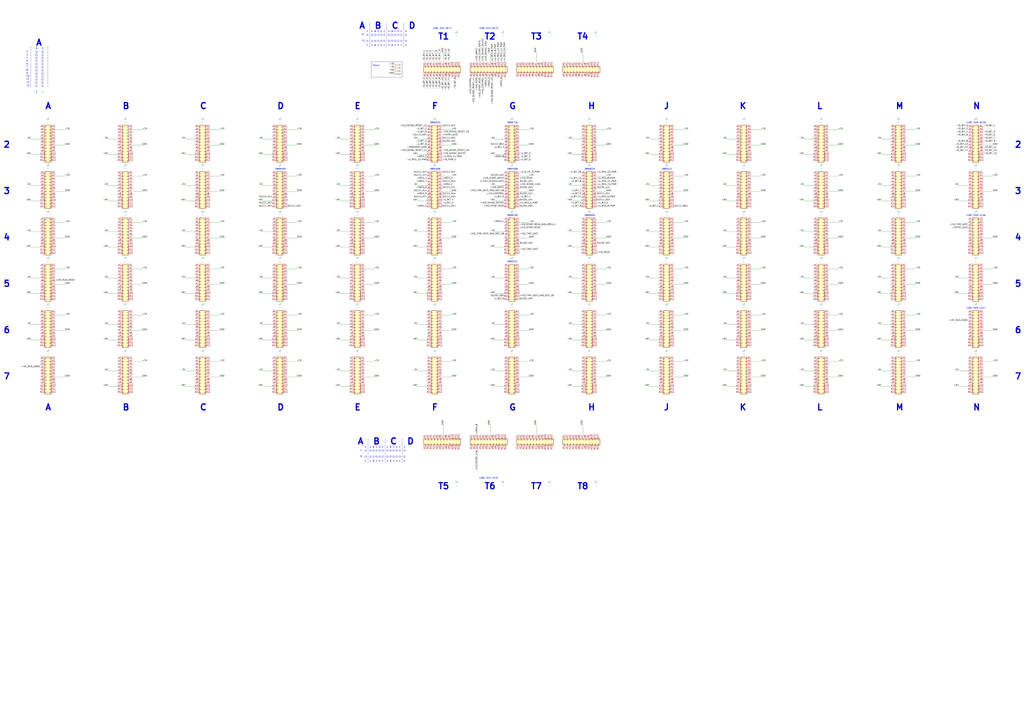
<source format=kicad_sch>
(kicad_sch (version 20211123) (generator eeschema)
  (paper "A1")
  (wire (pts (xy 490.22 271.78) (xy 497.84 271.78)))
  (wire (pts (xy 680.72 220.98) (xy 688.34 220.98)))
  (polyline (pts (xy 303.53 370.84) (xy 304.8 370.84)) (stroke (width 0) (type solid)))
  (wire (pts (xy 478.79 50.8) (xy 478.79 43.18)))
  (wire (pts (xy 299.72 119.38) (xy 307.34 119.38)))
  (wire (pts (xy 236.22 220.98) (xy 243.84 220.98)))
  (wire (pts (xy 236.22 119.38) (xy 243.84 119.38)))
  (polyline (pts (xy 306.07 375.92) (xy 307.34 375.92)) (stroke (width 0) (type solid)))
  (wire (pts (xy 426.72 144.78) (xy 434.34 144.78)))
  (polyline (pts (xy 35.56 58.42) (xy 35.56 57.15)) (stroke (width 0) (type solid)))
  (wire (pts (xy 236.22 309.88) (xy 243.84 309.88)))
  (polyline (pts (xy 331.47 374.65) (xy 331.47 375.92)) (stroke (width 0) (type solid)))
  (polyline (pts (xy 303.53 375.92) (xy 304.8 375.92)) (stroke (width 0) (type solid)))
  (polyline (pts (xy 318.77 27.94) (xy 318.77 29.21)) (stroke (width 0) (type solid)))
  (wire (pts (xy 279.4 190.5) (xy 287.02 190.5)))
  (polyline (pts (xy 30.48 53.34) (xy 30.48 52.07)) (stroke (width 0) (type solid)))
  (polyline (pts (xy 303.53 369.57) (xy 303.53 370.84)) (stroke (width 0) (type solid)))
  (wire (pts (xy 680.72 233.68) (xy 688.34 233.68)))
  (polyline (pts (xy 34.29 62.23) (xy 35.56 62.23)) (stroke (width 0) (type solid)))
  (wire (pts (xy 617.22 119.38) (xy 624.84 119.38)))
  (wire (pts (xy 45.72 220.98) (xy 53.34 220.98)))
  (polyline (pts (xy 303.53 19.05) (xy 303.53 39.37)))
  (wire (pts (xy 490.22 309.88) (xy 497.84 309.88)))
  (wire (pts (xy 807.72 144.78) (xy 815.34 144.78)))
  (polyline (pts (xy 322.58 369.57) (xy 323.85 369.57)) (stroke (width 0) (type solid)))
  (wire (pts (xy 299.72 297.18) (xy 307.34 297.18)))
  (wire (pts (xy 342.9 190.5) (xy 350.52 190.5)))
  (polyline (pts (xy 304.8 29.21) (xy 306.07 29.21)) (stroke (width 0) (type solid)))
  (polyline (pts (xy 29.21 67.31) (xy 30.48 67.31)) (stroke (width 0) (type solid)))
  (polyline (pts (xy 29.21 57.15) (xy 30.48 57.15)) (stroke (width 0) (type solid)))
  (polyline (pts (xy 300.99 33.02) (xy 302.26 33.02)) (stroke (width 0) (type solid)))
  (polyline (pts (xy 304.8 375.92) (xy 304.8 374.65)) (stroke (width 0) (type solid)))
  (polyline (pts (xy 322.58 370.84) (xy 323.85 370.84)) (stroke (width 0) (type solid)))
  (polyline (pts (xy 29.21 66.04) (xy 30.48 66.04)) (stroke (width 0) (type solid)))
  (polyline (pts (xy 318.77 370.84) (xy 318.77 369.57)) (stroke (width 0) (type solid)))
  (wire (pts (xy 236.22 259.08) (xy 243.84 259.08)))
  (polyline (pts (xy 29.21 48.26) (xy 30.48 48.26)) (stroke (width 0) (type solid)))
  (wire (pts (xy 152.4 266.7) (xy 160.02 266.7)))
  (polyline (pts (xy 308.61 374.65) (xy 309.88 374.65)) (stroke (width 0) (type solid)))
  (polyline (pts (xy 34.29 68.58) (xy 35.56 68.58)) (stroke (width 0) (type solid)))
  (polyline (pts (xy 314.96 370.84) (xy 314.96 369.57)) (stroke (width 0) (type solid)))
  (polyline (pts (xy 318.77 33.02) (xy 318.77 34.29)) (stroke (width 0) (type solid)))
  (wire (pts (xy 299.72 182.88) (xy 307.34 182.88)))
  (polyline (pts (xy 300.99 370.84) (xy 300.99 369.57)) (stroke (width 0) (type solid)))
  (wire (pts (xy 45.72 309.88) (xy 53.34 309.88)))
  (polyline (pts (xy 313.69 369.57) (xy 314.96 369.57)) (stroke (width 0) (type solid)))
  (polyline (pts (xy 30.48 48.26) (xy 30.48 46.99)) (stroke (width 0) (type solid)))
  (wire (pts (xy 45.72 182.88) (xy 53.34 182.88)))
  (polyline (pts (xy 316.23 29.21) (xy 316.23 27.94)) (stroke (width 0) (type solid)))
  (wire (pts (xy 406.4 190.5) (xy 414.02 190.5)))
  (polyline (pts (xy 314.96 33.02) (xy 316.23 33.02)) (stroke (width 0) (type solid)))
  (wire (pts (xy 617.22 259.08) (xy 624.84 259.08)))
  (wire (pts (xy 596.9 152.4) (xy 604.52 152.4)))
  (wire (pts (xy 406.4 152.4) (xy 414.02 152.4)))
  (polyline (pts (xy 29.21 49.53) (xy 29.21 50.8)) (stroke (width 0) (type solid)))
  (polyline (pts (xy 34.29 52.07) (xy 35.56 52.07)) (stroke (width 0) (type solid)))
  (polyline (pts (xy 309.88 375.92) (xy 309.88 374.65)) (stroke (width 0) (type solid)))
  (polyline (pts (xy 311.15 369.57) (xy 311.15 370.84)) (stroke (width 0) (type solid)))
  (polyline (pts (xy 317.5 370.84) (xy 318.77 370.84)) (stroke (width 0) (type solid)))
  (wire (pts (xy 109.22 297.18) (xy 116.84 297.18)))
  (wire (pts (xy 363.22 233.68) (xy 370.84 233.68)))
  (wire (pts (xy 152.4 114.3) (xy 160.02 114.3)))
  (wire (pts (xy 426.72 271.78) (xy 434.34 271.78)))
  (wire (pts (xy 426.72 220.98) (xy 434.34 220.98)))
  (wire (pts (xy 490.22 233.68) (xy 497.84 233.68)))
  (polyline (pts (xy 300.99 29.21) (xy 302.26 29.21)) (stroke (width 0) (type solid)))
  (wire (pts (xy 279.4 228.6) (xy 287.02 228.6)))
  (polyline (pts (xy 299.72 375.92) (xy 300.99 375.92)) (stroke (width 0) (type solid)))
  (polyline (pts (xy 332.74 33.02) (xy 332.74 34.29)) (stroke (width 0) (type solid)))
  (polyline (pts (xy 35.56 43.18) (xy 35.56 41.91)) (stroke (width 0) (type solid)))
  (wire (pts (xy 553.72 220.98) (xy 561.34 220.98)))
  (polyline (pts (xy 326.39 370.84) (xy 326.39 369.57)) (stroke (width 0) (type solid)))
  (polyline (pts (xy 30.48 60.96) (xy 30.48 59.69)) (stroke (width 0) (type solid)))
  (polyline (pts (xy 311.15 375.92) (xy 312.42 375.92)) (stroke (width 0) (type solid)))
  (polyline (pts (xy 34.29 41.91) (xy 35.56 41.91)) (stroke (width 0) (type solid)))
  (polyline (pts (xy 300.99 375.92) (xy 300.99 374.65)) (stroke (width 0) (type solid)))
  (wire (pts (xy 152.4 127) (xy 160.02 127)))
  (wire (pts (xy 744.22 233.68) (xy 751.84 233.68)))
  (wire (pts (xy 342.9 317.5) (xy 350.52 317.5)))
  (polyline (pts (xy 327.66 369.57) (xy 328.93 369.57)) (stroke (width 0) (type solid)))
  (wire (pts (xy 402.59 50.8) (xy 402.59 43.18)))
  (wire (pts (xy 88.9 241.3) (xy 96.52 241.3)))
  (polyline (pts (xy 314.96 29.21) (xy 316.23 29.21)) (stroke (width 0) (type solid)))
  (polyline (pts (xy 308.61 34.29) (xy 308.61 33.02)) (stroke (width 0) (type solid)))
  (polyline (pts (xy 29.21 68.58) (xy 30.48 68.58)) (stroke (width 0) (type solid)))
  (wire (pts (xy 342.9 241.3) (xy 350.52 241.3)))
  (polyline (pts (xy 317.5 374.65) (xy 317.5 375.92)) (stroke (width 0) (type solid)))
  (wire (pts (xy 342.9 304.8) (xy 350.52 304.8)))
  (wire (pts (xy 406.4 317.5) (xy 414.02 317.5)))
  (wire (pts (xy 299.72 144.78) (xy 307.34 144.78)))
  (wire (pts (xy 787.4 228.6) (xy 795.02 228.6)))
  (polyline (pts (xy 325.12 374.65) (xy 325.12 375.92)) (stroke (width 0) (type solid)))
  (polyline (pts (xy 322.58 374.65) (xy 323.85 374.65)) (stroke (width 0) (type solid)))
  (polyline (pts (xy 312.42 33.02) (xy 312.42 34.29)) (stroke (width 0) (type solid)))
  (wire (pts (xy 172.72 157.48) (xy 180.34 157.48)))
  (wire (pts (xy 25.4 152.4) (xy 33.02 152.4)))
  (polyline (pts (xy 325.12 369.57) (xy 325.12 370.84)) (stroke (width 0) (type solid)))
  (polyline (pts (xy 300.99 27.94) (xy 300.99 29.21)) (stroke (width 0) (type solid)))
  (polyline (pts (xy 29.21 60.96) (xy 30.48 60.96)) (stroke (width 0) (type solid)))
  (polyline (pts (xy 321.31 34.29) (xy 322.58 34.29)) (stroke (width 0) (type solid)))
  (polyline (pts (xy 29.21 54.61) (xy 29.21 55.88)) (stroke (width 0) (type solid)))
  (polyline (pts (xy 304.8 33.02) (xy 306.07 33.02)) (stroke (width 0) (type solid)))
  (polyline (pts (xy 332.74 29.21) (xy 334.01 29.21)) (stroke (width 0) (type solid)))
  (wire (pts (xy 533.4 241.3) (xy 541.02 241.3)))
  (polyline (pts (xy 30.48 68.58) (xy 30.48 67.31)) (stroke (width 0) (type solid)))
  (wire (pts (xy 45.72 233.68) (xy 53.34 233.68)))
  (polyline (pts (xy 29.21 49.53) (xy 30.48 49.53)) (stroke (width 0) (type solid)))
  (polyline (pts (xy 29.21 64.77) (xy 29.21 66.04)) (stroke (width 0) (type solid)))
  (polyline (pts (xy 30.48 66.04) (xy 30.48 64.77)) (stroke (width 0) (type solid)))
  (polyline (pts (xy 307.34 370.84) (xy 307.34 369.57)) (stroke (width 0) (type solid)))
  (wire (pts (xy 88.9 279.4) (xy 96.52 279.4)))
  (polyline (pts (xy 29.21 52.07) (xy 30.48 52.07)) (stroke (width 0) (type solid)))
  (wire (pts (xy 236.22 297.18) (xy 243.84 297.18)))
  (wire (pts (xy 426.72 195.58) (xy 434.34 195.58)))
  (wire (pts (xy 787.4 165.1) (xy 795.02 165.1)))
  (polyline (pts (xy 29.21 71.12) (xy 30.48 71.12)) (stroke (width 0) (type solid)))
  (wire (pts (xy 45.72 106.68) (xy 53.34 106.68)))
  (polyline (pts (xy 332.74 34.29) (xy 334.01 34.29)) (stroke (width 0) (type solid)))
  (wire (pts (xy 299.72 220.98) (xy 307.34 220.98)))
  (polyline (pts (xy 34.29 54.61) (xy 34.29 55.88)) (stroke (width 0) (type solid)))
  (polyline (pts (xy 299.72 369.57) (xy 300.99 369.57)) (stroke (width 0) (type solid)))
  (polyline (pts (xy 318.77 34.29) (xy 320.04 34.29)) (stroke (width 0) (type solid)))
  (wire (pts (xy 723.9 114.3) (xy 731.52 114.3)))
  (wire (pts (xy 553.72 259.08) (xy 561.34 259.08)))
  (wire (pts (xy 723.9 127) (xy 731.52 127)))
  (wire (pts (xy 406.4 228.6) (xy 414.02 228.6)))
  (polyline (pts (xy 307.34 29.21) (xy 308.61 29.21)) (stroke (width 0) (type solid)))
  (polyline (pts (xy 321.31 33.02) (xy 322.58 33.02)) (stroke (width 0) (type solid)))
  (polyline (pts (xy 300.99 33.02) (xy 300.99 34.29)) (stroke (width 0) (type solid)))
  (wire (pts (xy 152.4 190.5) (xy 160.02 190.5)))
  (wire (pts (xy 406.4 127) (xy 414.02 127)))
  (polyline (pts (xy 323.85 27.94) (xy 323.85 29.21)) (stroke (width 0) (type solid)))
  (polyline (pts (xy 309.88 33.02) (xy 309.88 34.29)) (stroke (width 0) (type solid)))
  (wire (pts (xy 744.22 182.88) (xy 751.84 182.88)))
  (polyline (pts (xy 332.74 375.92) (xy 332.74 374.65)) (stroke (width 0) (type solid)))
  (wire (pts (xy 660.4 152.4) (xy 668.02 152.4)))
  (wire (pts (xy 215.9 304.8) (xy 223.52 304.8)))
  (polyline (pts (xy 313.69 34.29) (xy 313.69 33.02)) (stroke (width 0) (type solid)))
  (polyline (pts (xy 330.2 360.68) (xy 330.2 381)))
  (polyline (pts (xy 325.12 34.29) (xy 325.12 33.02)) (stroke (width 0) (type solid)))
  (polyline (pts (xy 330.2 50.8) (xy 330.2 63.5)) (stroke (width 0) (type solid)))
  (polyline (pts (xy 307.34 375.92) (xy 307.34 374.65)) (stroke (width 0) (type solid)))
  (polyline (pts (xy 331.47 370.84) (xy 332.74 370.84)) (stroke (width 0) (type solid)))
  (polyline (pts (xy 311.15 34.29) (xy 311.15 33.02)) (stroke (width 0) (type solid)))
  (wire (pts (xy 25.4 203.2) (xy 33.02 203.2)))
  (wire (pts (xy 109.22 106.68) (xy 116.84 106.68)))
  (wire (pts (xy 807.72 119.38) (xy 815.34 119.38)))
  (polyline (pts (xy 34.29 48.26) (xy 35.56 48.26)) (stroke (width 0) (type solid)))
  (polyline (pts (xy 317.5 375.92) (xy 318.77 375.92)) (stroke (width 0) (type solid)))
  (wire (pts (xy 279.4 279.4) (xy 287.02 279.4)))
  (polyline (pts (xy 34.29 45.72) (xy 35.56 45.72)) (stroke (width 0) (type solid)))
  (polyline (pts (xy 313.69 29.21) (xy 313.69 27.94)) (stroke (width 0) (type solid)))
  (wire (pts (xy 152.4 228.6) (xy 160.02 228.6)))
  (wire (pts (xy 342.9 114.3) (xy 350.52 114.3)))
  (polyline (pts (xy 34.29 49.53) (xy 34.29 50.8)) (stroke (width 0) (type solid)))
  (polyline (pts (xy 35.56 66.04) (xy 35.56 64.77)) (stroke (width 0) (type solid)))
  (wire (pts (xy 88.9 266.7) (xy 96.52 266.7)))
  (polyline (pts (xy 320.04 375.92) (xy 321.31 375.92)) (stroke (width 0) (type solid)))
  (polyline (pts (xy 330.2 63.5) (xy 304.8 63.5)) (stroke (width 0) (type solid)))
  (polyline (pts (xy 320.04 34.29) (xy 320.04 33.02)) (stroke (width 0) (type solid)))
  (wire (pts (xy 680.72 309.88) (xy 688.34 309.88)))
  (polyline (pts (xy 314.96 27.94) (xy 314.96 29.21)) (stroke (width 0) (type solid)))
  (polyline (pts (xy 327.66 369.57) (xy 327.66 370.84)) (stroke (width 0) (type solid)))
  (wire (pts (xy 440.69 356.87) (xy 440.69 349.25)))
  (wire (pts (xy 109.22 119.38) (xy 116.84 119.38)))
  (wire (pts (xy 596.9 228.6) (xy 604.52 228.6)))
  (wire (pts (xy 660.4 165.1) (xy 668.02 165.1)))
  (wire (pts (xy 478.79 356.87) (xy 478.79 349.25)))
  (wire (pts (xy 426.72 233.68) (xy 434.34 233.68)))
  (wire (pts (xy 533.4 127) (xy 541.02 127)))
  (wire (pts (xy 299.72 106.68) (xy 307.34 106.68)))
  (polyline (pts (xy 326.39 375.92) (xy 326.39 374.65)) (stroke (width 0) (type solid)))
  (polyline (pts (xy 314.96 34.29) (xy 316.23 34.29)) (stroke (width 0) (type solid)))
  (wire (pts (xy 617.22 182.88) (xy 624.84 182.88)))
  (polyline (pts (xy 322.58 369.57) (xy 322.58 370.84)) (stroke (width 0) (type solid)))
  (wire (pts (xy 617.22 144.78) (xy 624.84 144.78)))
  (wire (pts (xy 469.9 127) (xy 477.52 127)))
  (wire (pts (xy 553.72 271.78) (xy 561.34 271.78)))
  (polyline (pts (xy 311.15 29.21) (xy 311.15 27.94)) (stroke (width 0) (type solid)))
  (polyline (pts (xy 303.53 374.65) (xy 304.8 374.65)) (stroke (width 0) (type solid)))
  (polyline (pts (xy 328.93 33.02) (xy 330.2 33.02)) (stroke (width 0) (type solid)))
  (wire (pts (xy 553.72 119.38) (xy 561.34 119.38)))
  (polyline (pts (xy 300.99 34.29) (xy 302.26 34.29)) (stroke (width 0) (type solid)))
  (polyline (pts (xy 309.88 27.94) (xy 311.15 27.94)) (stroke (width 0) (type solid)))
  (polyline (pts (xy 328.93 27.94) (xy 328.93 29.21)) (stroke (width 0) (type solid)))
  (polyline (pts (xy 322.58 374.65) (xy 322.58 375.92)) (stroke (width 0) (type solid)))
  (wire (pts (xy 279.4 241.3) (xy 287.02 241.3)))
  (polyline (pts (xy 29.21 55.88) (xy 30.48 55.88)) (stroke (width 0) (type solid)))
  (wire (pts (xy 299.72 195.58) (xy 307.34 195.58)))
  (polyline (pts (xy 320.04 369.57) (xy 320.04 370.84)) (stroke (width 0) (type solid)))
  (polyline (pts (xy 325.12 375.92) (xy 326.39 375.92)) (stroke (width 0) (type solid)))
  (polyline (pts (xy 317.5 374.65) (xy 318.77 374.65)) (stroke (width 0) (type solid)))
  (polyline (pts (xy 308.61 29.21) (xy 308.61 27.94)) (stroke (width 0) (type solid)))
  (wire (pts (xy 279.4 317.5) (xy 287.02 317.5)))
  (polyline (pts (xy 34.29 41.91) (xy 34.29 43.18)) (stroke (width 0) (type solid)))
  (wire (pts (xy 617.22 220.98) (xy 624.84 220.98)))
  (polyline (pts (xy 29.21 52.07) (xy 29.21 53.34)) (stroke (width 0) (type solid)))
  (wire (pts (xy 45.72 157.48) (xy 53.34 157.48)))
  (polyline (pts (xy 34.29 46.99) (xy 35.56 46.99)) (stroke (width 0) (type solid)))
  (polyline (pts (xy 304.8 34.29) (xy 306.07 34.29)) (stroke (width 0) (type solid)))
  (wire (pts (xy 363.22 106.68) (xy 370.84 106.68)))
  (polyline (pts (xy 328.93 33.02) (xy 328.93 34.29)) (stroke (width 0) (type solid)))
  (polyline (pts (xy 29.21 41.91) (xy 29.21 43.18)) (stroke (width 0) (type solid)))
  (polyline (pts (xy 320.04 369.57) (xy 321.31 369.57)) (stroke (width 0) (type solid)))
  (polyline (pts (xy 34.29 66.04) (xy 35.56 66.04)) (stroke (width 0) (type solid)))
  (polyline (pts (xy 302.26 360.68) (xy 302.26 381)))
  (polyline (pts (xy 299.72 370.84) (xy 300.99 370.84)) (stroke (width 0) (type solid)))
  (wire (pts (xy 299.72 271.78) (xy 307.34 271.78)))
  (polyline (pts (xy 34.29 69.85) (xy 34.29 71.12)) (stroke (width 0) (type solid)))
  (wire (pts (xy 807.72 271.78) (xy 815.34 271.78)))
  (polyline (pts (xy 34.29 59.69) (xy 35.56 59.69)) (stroke (width 0) (type solid)))
  (wire (pts (xy 45.72 119.38) (xy 53.34 119.38)))
  (polyline (pts (xy 323.85 375.92) (xy 323.85 374.65)) (stroke (width 0) (type solid)))
  (polyline (pts (xy 304.8 27.94) (xy 304.8 29.21)) (stroke (width 0) (type solid)))
  (polyline (pts (xy 302.26 34.29) (xy 302.26 33.02)) (stroke (width 0) (type solid)))
  (wire (pts (xy 342.9 228.6) (xy 350.52 228.6)))
  (polyline (pts (xy 311.15 370.84) (xy 312.42 370.84)) (stroke (width 0) (type solid)))
  (wire (pts (xy 680.72 195.58) (xy 688.34 195.58)))
  (polyline (pts (xy 327.66 370.84) (xy 328.93 370.84)) (stroke (width 0) (type solid)))
  (wire (pts (xy 426.72 309.88) (xy 434.34 309.88)))
  (wire (pts (xy 723.9 317.5) (xy 731.52 317.5)))
  (polyline (pts (xy 25.4 38.1) (xy 25.4 72.39)))
  (wire (pts (xy 109.22 233.68) (xy 116.84 233.68)))
  (wire (pts (xy 744.22 259.08) (xy 751.84 259.08)))
  (polyline (pts (xy 308.61 375.92) (xy 309.88 375.92)) (stroke (width 0) (type solid)))
  (polyline (pts (xy 322.58 29.21) (xy 322.58 27.94)) (stroke (width 0) (type solid)))
  (polyline (pts (xy 29.21 46.99) (xy 30.48 46.99)) (stroke (width 0) (type solid)))
  (polyline (pts (xy 316.23 34.29) (xy 316.23 33.02)) (stroke (width 0) (type solid)))
  (wire (pts (xy 660.4 304.8) (xy 668.02 304.8)))
  (polyline (pts (xy 314.96 33.02) (xy 314.96 34.29)) (stroke (width 0) (type solid)))
  (wire (pts (xy 787.4 152.4) (xy 795.02 152.4)))
  (wire (pts (xy 744.22 220.98) (xy 751.84 220.98)))
  (polyline (pts (xy 300.99 27.94) (xy 302.26 27.94)) (stroke (width 0) (type solid)))
  (wire (pts (xy 109.22 182.88) (xy 116.84 182.88)))
  (wire (pts (xy 406.4 114.3) (xy 414.02 114.3)))
  (wire (pts (xy 490.22 220.98) (xy 497.84 220.98)))
  (wire (pts (xy 172.72 144.78) (xy 180.34 144.78)))
  (polyline (pts (xy 35.56 71.12) (xy 35.56 69.85)) (stroke (width 0) (type solid)))
  (polyline (pts (xy 34.29 58.42) (xy 35.56 58.42)) (stroke (width 0) (type solid)))
  (wire (pts (xy 723.9 165.1) (xy 731.52 165.1)))
  (wire (pts (xy 490.22 297.18) (xy 497.84 297.18)))
  (polyline (pts (xy 307.34 34.29) (xy 308.61 34.29)) (stroke (width 0) (type solid)))
  (polyline (pts (xy 327.66 374.65) (xy 328.93 374.65)) (stroke (width 0) (type solid)))
  (wire (pts (xy 469.9 279.4) (xy 477.52 279.4)))
  (wire (pts (xy 88.9 165.1) (xy 96.52 165.1)))
  (wire (pts (xy 660.4 127) (xy 668.02 127)))
  (polyline (pts (xy 321.31 29.21) (xy 322.58 29.21)) (stroke (width 0) (type solid)))
  (polyline (pts (xy 29.21 53.34) (xy 30.48 53.34)) (stroke (width 0) (type solid)))
  (polyline (pts (xy 35.56 53.34) (xy 35.56 52.07)) (stroke (width 0) (type solid)))
  (wire (pts (xy 533.4 165.1) (xy 541.02 165.1)))
  (wire (pts (xy 406.4 279.4) (xy 414.02 279.4)))
  (wire (pts (xy 172.72 119.38) (xy 180.34 119.38)))
  (polyline (pts (xy 304.8 33.02) (xy 304.8 34.29)) (stroke (width 0) (type solid)))
  (wire (pts (xy 426.72 259.08) (xy 434.34 259.08)))
  (wire (pts (xy 88.9 190.5) (xy 96.52 190.5)))
  (wire (pts (xy 533.4 190.5) (xy 541.02 190.5)))
  (polyline (pts (xy 328.93 370.84) (xy 328.93 369.57)) (stroke (width 0) (type solid)))
  (wire (pts (xy 426.72 182.88) (xy 434.34 182.88)))
  (wire (pts (xy 152.4 152.4) (xy 160.02 152.4)))
  (wire (pts (xy 744.22 271.78) (xy 751.84 271.78)))
  (wire (pts (xy 723.9 279.4) (xy 731.52 279.4)))
  (polyline (pts (xy 328.93 27.94) (xy 330.2 27.94)) (stroke (width 0) (type solid)))
  (polyline (pts (xy 29.21 62.23) (xy 30.48 62.23)) (stroke (width 0) (type solid)))
  (wire (pts (xy 342.9 266.7) (xy 350.52 266.7)))
  (wire (pts (xy 680.72 182.88) (xy 688.34 182.88)))
  (wire (pts (xy 680.72 144.78) (xy 688.34 144.78)))
  (wire (pts (xy 596.9 190.5) (xy 604.52 190.5)))
  (polyline (pts (xy 29.21 50.8) (xy 30.48 50.8)) (stroke (width 0) (type solid)))
  (wire (pts (xy 342.9 279.4) (xy 350.52 279.4)))
  (polyline (pts (xy 303.53 374.65) (xy 303.53 375.92)) (stroke (width 0) (type solid)))
  (wire (pts (xy 88.9 152.4) (xy 96.52 152.4)))
  (wire (pts (xy 299.72 157.48) (xy 307.34 157.48)))
  (polyline (pts (xy 30.48 45.72) (xy 30.48 44.45)) (stroke (width 0) (type solid)))
  (polyline (pts (xy 327.66 374.65) (xy 327.66 375.92)) (stroke (width 0) (type solid)))
  (polyline (pts (xy 313.69 369.57) (xy 313.69 370.84)) (stroke (width 0) (type solid)))
  (wire (pts (xy 490.22 259.08) (xy 497.84 259.08)))
  (polyline (pts (xy 30.48 50.8) (xy 30.48 49.53)) (stroke (width 0) (type solid)))
  (wire (pts (xy 807.72 233.68) (xy 815.34 233.68)))
  (wire (pts (xy 172.72 259.08) (xy 180.34 259.08)))
  (polyline (pts (xy 321.31 27.94) (xy 321.31 29.21)) (stroke (width 0) (type solid)))
  (wire (pts (xy 553.72 182.88) (xy 561.34 182.88)))
  (polyline (pts (xy 299.72 374.65) (xy 299.72 375.92)) (stroke (width 0) (type solid)))
  (wire (pts (xy 152.4 165.1) (xy 160.02 165.1)))
  (wire (pts (xy 88.9 114.3) (xy 96.52 114.3)))
  (polyline (pts (xy 309.88 29.21) (xy 311.15 29.21)) (stroke (width 0) (type solid)))
  (wire (pts (xy 490.22 182.88) (xy 497.84 182.88)))
  (wire (pts (xy 279.4 152.4) (xy 287.02 152.4)))
  (wire (pts (xy 364.49 356.87) (xy 364.49 349.25)))
  (polyline (pts (xy 304.8 63.5) (xy 304.8 50.8)) (stroke (width 0) (type solid)))
  (wire (pts (xy 660.4 190.5) (xy 668.02 190.5)))
  (wire (pts (xy 402.59 356.87) (xy 402.59 349.25)))
  (polyline (pts (xy 330.2 34.29) (xy 330.2 33.02)) (stroke (width 0) (type solid)))
  (wire (pts (xy 215.9 127) (xy 223.52 127)))
  (polyline (pts (xy 321.31 27.94) (xy 322.58 27.94)) (stroke (width 0) (type solid)))
  (wire (pts (xy 553.72 157.48) (xy 561.34 157.48)))
  (polyline (pts (xy 309.88 33.02) (xy 311.15 33.02)) (stroke (width 0) (type solid)))
  (wire (pts (xy 787.4 317.5) (xy 795.02 317.5)))
  (wire (pts (xy 172.72 106.68) (xy 180.34 106.68)))
  (wire (pts (xy 364.49 50.8) (xy 364.49 43.18)))
  (polyline (pts (xy 318.77 27.94) (xy 320.04 27.94)) (stroke (width 0) (type solid)))
  (wire (pts (xy 172.72 182.88) (xy 180.34 182.88)))
  (wire (pts (xy 109.22 157.48) (xy 116.84 157.48)))
  (polyline (pts (xy 312.42 27.94) (xy 312.42 29.21)) (stroke (width 0) (type solid)))
  (polyline (pts (xy 321.31 375.92) (xy 321.31 374.65)) (stroke (width 0) (type solid)))
  (polyline (pts (xy 326.39 29.21) (xy 327.66 29.21)) (stroke (width 0) (type solid)))
  (wire (pts (xy 172.72 195.58) (xy 180.34 195.58)))
  (polyline (pts (xy 34.29 52.07) (xy 34.29 53.34)) (stroke (width 0) (type solid)))
  (polyline (pts (xy 34.29 50.8) (xy 35.56 50.8)) (stroke (width 0) (type solid)))
  (polyline (pts (xy 29.21 43.18) (xy 30.48 43.18)) (stroke (width 0) (type solid)))
  (polyline (pts (xy 323.85 27.94) (xy 325.12 27.94)) (stroke (width 0) (type solid)))
  (polyline (pts (xy 30.48 63.5) (xy 30.48 62.23)) (stroke (width 0) (type solid)))
  (wire (pts (xy 215.9 152.4) (xy 223.52 152.4)))
  (wire (pts (xy 660.4 241.3) (xy 668.02 241.3)))
  (polyline (pts (xy 304.8 27.94) (xy 306.07 27.94)) (stroke (width 0) (type solid)))
  (polyline (pts (xy 35.56 60.96) (xy 35.56 59.69)) (stroke (width 0) (type solid)))
  (polyline (pts (xy 29.21 59.69) (xy 30.48 59.69)) (stroke (width 0) (type solid)))
  (wire (pts (xy 25.4 266.7) (xy 33.02 266.7)))
  (wire (pts (xy 744.22 106.68) (xy 751.84 106.68)))
  (polyline (pts (xy 306.07 370.84) (xy 307.34 370.84)) (stroke (width 0) (type solid)))
  (wire (pts (xy 152.4 304.8) (xy 160.02 304.8)))
  (polyline (pts (xy 331.47 19.05) (xy 331.47 39.37)))
  (wire (pts (xy 363.22 119.38) (xy 370.84 119.38)))
  (wire (pts (xy 469.9 228.6) (xy 477.52 228.6)))
  (polyline (pts (xy 29.21 46.99) (xy 29.21 48.26)) (stroke (width 0) (type solid)))
  (polyline (pts (xy 334.01 29.21) (xy 334.01 27.94)) (stroke (width 0) (type solid)))
  (wire (pts (xy 617.22 157.48) (xy 624.84 157.48)))
  (wire (pts (xy 363.22 309.88) (xy 370.84 309.88)))
  (polyline (pts (xy 309.88 27.94) (xy 309.88 29.21)) (stroke (width 0) (type solid)))
  (polyline (pts (xy 320.04 29.21) (xy 320.04 27.94)) (stroke (width 0) (type solid)))
  (wire (pts (xy 45.72 271.78) (xy 53.34 271.78)))
  (polyline (pts (xy 314.96 27.94) (xy 316.23 27.94)) (stroke (width 0) (type solid)))
  (polyline (pts (xy 306.07 369.57) (xy 307.34 369.57)) (stroke (width 0) (type solid)))
  (polyline (pts (xy 325.12 369.57) (xy 326.39 369.57)) (stroke (width 0) (type solid)))
  (polyline (pts (xy 302.26 29.21) (xy 302.26 27.94)) (stroke (width 0) (type solid)))
  (wire (pts (xy 25.4 114.3) (xy 33.02 114.3)))
  (wire (pts (xy 109.22 259.08) (xy 116.84 259.08)))
  (polyline (pts (xy 299.72 369.57) (xy 299.72 370.84)) (stroke (width 0) (type solid)))
  (wire (pts (xy 807.72 157.48) (xy 815.34 157.48)))
  (polyline (pts (xy 332.74 370.84) (xy 332.74 369.57)) (stroke (width 0) (type solid)))
  (polyline (pts (xy 309.88 370.84) (xy 309.88 369.57)) (stroke (width 0) (type solid)))
  (wire (pts (xy 236.22 182.88) (xy 243.84 182.88)))
  (polyline (pts (xy 34.29 55.88) (xy 35.56 55.88)) (stroke (width 0) (type solid)))
  (polyline (pts (xy 29.21 44.45) (xy 30.48 44.45)) (stroke (width 0) (type solid)))
  (polyline (pts (xy 326.39 33.02) (xy 327.66 33.02)) (stroke (width 0) (type solid)))
  (wire (pts (xy 109.22 144.78) (xy 116.84 144.78)))
  (polyline (pts (xy 326.39 27.94) (xy 327.66 27.94)) (stroke (width 0) (type solid)))
  (wire (pts (xy 172.72 309.88) (xy 180.34 309.88)))
  (wire (pts (xy 88.9 228.6) (xy 96.52 228.6)))
  (polyline (pts (xy 29.21 45.72) (xy 30.48 45.72)) (stroke (width 0) (type solid)))
  (polyline (pts (xy 30.48 43.18) (xy 30.48 41.91)) (stroke (width 0) (type solid)))
  (polyline (pts (xy 34.29 64.77) (xy 34.29 66.04)) (stroke (width 0) (type solid)))
  (polyline (pts (xy 29.21 64.77) (xy 30.48 64.77)) (stroke (width 0) (type solid)))
  (wire (pts (xy 342.9 203.2) (xy 350.52 203.2)))
  (polyline (pts (xy 306.07 374.65) (xy 306.07 375.92)) (stroke (width 0) (type solid)))
  (wire (pts (xy 236.22 106.68) (xy 243.84 106.68)))
  (wire (pts (xy 596.9 241.3) (xy 604.52 241.3)))
  (wire (pts (xy 299.72 233.68) (xy 307.34 233.68)))
  (wire (pts (xy 660.4 317.5) (xy 668.02 317.5)))
  (polyline (pts (xy 326.39 33.02) (xy 326.39 34.29)) (stroke (width 0) (type solid)))
  (polyline (pts (xy 331.47 375.92) (xy 332.74 375.92)) (stroke (width 0) (type solid)))
  (wire (pts (xy 680.72 119.38) (xy 688.34 119.38)))
  (polyline (pts (xy 328.93 375.92) (xy 328.93 374.65)) (stroke (width 0) (type solid)))
  (wire (pts (xy 426.72 106.68) (xy 434.34 106.68)))
  (wire (pts (xy 236.22 271.78) (xy 243.84 271.78)))
  (polyline (pts (xy 327.66 34.29) (xy 327.66 33.02)) (stroke (width 0) (type solid)))
  (wire (pts (xy 152.4 279.4) (xy 160.02 279.4)))
  (wire (pts (xy 553.72 106.68) (xy 561.34 106.68)))
  (polyline (pts (xy 318.77 29.21) (xy 320.04 29.21)) (stroke (width 0) (type solid)))
  (wire (pts (xy 807.72 297.18) (xy 815.34 297.18)))
  (wire (pts (xy 363.22 297.18) (xy 370.84 297.18)))
  (wire (pts (xy 215.9 228.6) (xy 223.52 228.6)))
  (polyline (pts (xy 326.39 27.94) (xy 326.39 29.21)) (stroke (width 0) (type solid)))
  (wire (pts (xy 469.9 165.1) (xy 477.52 165.1)))
  (wire (pts (xy 215.9 317.5) (xy 223.52 317.5)))
  (polyline (pts (xy 325.12 370.84) (xy 326.39 370.84)) (stroke (width 0) (type solid)))
  (wire (pts (xy 406.4 241.3) (xy 414.02 241.3)))
  (wire (pts (xy 279.4 165.1) (xy 287.02 165.1)))
  (polyline (pts (xy 307.34 33.02) (xy 307.34 34.29)) (stroke (width 0) (type solid)))
  (wire (pts (xy 787.4 304.8) (xy 795.02 304.8)))
  (wire (pts (xy 807.72 220.98) (xy 815.34 220.98)))
  (wire (pts (xy 617.22 233.68) (xy 624.84 233.68)))
  (wire (pts (xy 469.9 317.5) (xy 477.52 317.5)))
  (wire (pts (xy 236.22 144.78) (xy 243.84 144.78)))
  (wire (pts (xy 440.69 50.8) (xy 440.69 43.18)))
  (polyline (pts (xy 29.21 69.85) (xy 30.48 69.85)) (stroke (width 0) (type solid)))
  (polyline (pts (xy 34.29 67.31) (xy 35.56 67.31)) (stroke (width 0) (type solid)))
  (wire (pts (xy 490.22 119.38) (xy 497.84 119.38)))
  (wire (pts (xy 744.22 195.58) (xy 751.84 195.58)))
  (polyline (pts (xy 318.77 375.92) (xy 318.77 374.65)) (stroke (width 0) (type solid)))
  (polyline (pts (xy 330.2 29.21) (xy 330.2 27.94)) (stroke (width 0) (type solid)))
  (wire (pts (xy 596.9 165.1) (xy 604.52 165.1)))
  (wire (pts (xy 744.22 297.18) (xy 751.84 297.18)))
  (polyline (pts (xy 29.21 58.42) (xy 30.48 58.42)) (stroke (width 0) (type solid)))
  (polyline (pts (xy 312.42 375.92) (xy 312.42 374.65)) (stroke (width 0) (type solid)))
  (polyline (pts (xy 306.07 29.21) (xy 306.07 27.94)) (stroke (width 0) (type solid)))
  (wire (pts (xy 490.22 195.58) (xy 497.84 195.58)))
  (polyline (pts (xy 307.34 27.94) (xy 308.61 27.94)) (stroke (width 0) (type solid)))
  (wire (pts (xy 533.4 114.3) (xy 541.02 114.3)))
  (polyline (pts (xy 35.56 45.72) (xy 35.56 44.45)) (stroke (width 0) (type solid)))
  (wire (pts (xy 25.4 241.3) (xy 33.02 241.3)))
  (wire (pts (xy 406.4 304.8) (xy 414.02 304.8)))
  (polyline (pts (xy 317.5 369.57) (xy 317.5 370.84)) (stroke (width 0) (type solid)))
  (wire (pts (xy 109.22 271.78) (xy 116.84 271.78)))
  (wire (pts (xy 469.9 304.8) (xy 477.52 304.8)))
  (wire (pts (xy 723.9 152.4) (xy 731.52 152.4)))
  (wire (pts (xy 723.9 190.5) (xy 731.52 190.5)))
  (polyline (pts (xy 30.48 58.42) (xy 30.48 57.15)) (stroke (width 0) (type solid)))
  (polyline (pts (xy 331.47 369.57) (xy 331.47 370.84)) (stroke (width 0) (type solid)))
  (wire (pts (xy 236.22 195.58) (xy 243.84 195.58)))
  (polyline (pts (xy 35.56 63.5) (xy 35.56 62.23)) (stroke (width 0) (type solid)))
  (polyline (pts (xy 323.85 34.29) (xy 325.12 34.29)) (stroke (width 0) (type solid)))
  (polyline (pts (xy 34.29 44.45) (xy 34.29 45.72)) (stroke (width 0) (type solid)))
  (wire (pts (xy 744.22 144.78) (xy 751.84 144.78)))
  (polyline (pts (xy 30.48 55.88) (xy 30.48 54.61)) (stroke (width 0) (type solid)))
  (wire (pts (xy 596.9 317.5) (xy 604.52 317.5)))
  (polyline (pts (xy 35.56 55.88) (xy 35.56 54.61)) (stroke (width 0) (type solid)))
  (polyline (pts (xy 34.29 53.34) (xy 35.56 53.34)) (stroke (width 0) (type solid)))
  (polyline (pts (xy 328.93 34.29) (xy 330.2 34.29)) (stroke (width 0) (type solid)))
  (polyline (pts (xy 34.29 43.18) (xy 35.56 43.18)) (stroke (width 0) (type solid)))
  (wire (pts (xy 617.22 309.88) (xy 624.84 309.88)))
  (wire (pts (xy 596.9 127) (xy 604.52 127)))
  (wire (pts (xy 533.4 317.5) (xy 541.02 317.5)))
  (wire (pts (xy 25.4 127) (xy 33.02 127)))
  (polyline (pts (xy 332.74 27.94) (xy 334.01 27.94)) (stroke (width 0) (type solid)))
  (polyline (pts (xy 35.56 48.26) (xy 35.56 46.99)) (stroke (width 0) (type solid)))
  (polyline (pts (xy 34.29 44.45) (xy 35.56 44.45)) (stroke (width 0) (type solid)))
  (polyline (pts (xy 311.15 374.65) (xy 312.42 374.65)) (stroke (width 0) (type solid)))
  (polyline (pts (xy 34.29 64.77) (xy 35.56 64.77)) (stroke (width 0) (type solid)))
  (wire (pts (xy 426.72 157.48) (xy 434.34 157.48)))
  (wire (pts (xy 680.72 297.18) (xy 688.34 297.18)))
  (wire (pts (xy 807.72 309.88) (xy 815.34 309.88)))
  (wire (pts (xy 533.4 304.8) (xy 541.02 304.8)))
  (wire (pts (xy 680.72 106.68) (xy 688.34 106.68)))
  (wire (pts (xy 45.72 144.78) (xy 53.34 144.78)))
  (polyline (pts (xy 34.29 57.15) (xy 35.56 57.15)) (stroke (width 0) (type solid)))
  (polyline (pts (xy 312.42 34.29) (xy 313.69 34.29)) (stroke (width 0) (type solid)))
  (polyline (pts (xy 307.34 27.94) (xy 307.34 29.21)) (stroke (width 0) (type solid)))
  (wire (pts (xy 553.72 195.58) (xy 561.34 195.58)))
  (wire (pts (xy 553.72 144.78) (xy 561.34 144.78)))
  (polyline (pts (xy 322.58 34.29) (xy 322.58 33.02)) (stroke (width 0) (type solid)))
  (polyline (pts (xy 318.77 33.02) (xy 320.04 33.02)) (stroke (width 0) (type solid)))
  (wire (pts (xy 617.22 106.68) (xy 624.84 106.68)))
  (polyline (pts (xy 29.21 67.31) (xy 29.21 68.58)) (stroke (width 0) (type solid)))
  (polyline (pts (xy 323.85 370.84) (xy 323.85 369.57)) (stroke (width 0) (type solid)))
  (wire (pts (xy 807.72 195.58) (xy 815.34 195.58)))
  (wire (pts (xy 172.72 271.78) (xy 180.34 271.78)))
  (polyline (pts (xy 308.61 370.84) (xy 309.88 370.84)) (stroke (width 0) (type solid)))
  (polyline (pts (xy 322.58 375.92) (xy 323.85 375.92)) (stroke (width 0) (type solid)))
  (wire (pts (xy 215.9 241.3) (xy 223.52 241.3)))
  (wire (pts (xy 723.9 203.2) (xy 731.52 203.2)))
  (polyline (pts (xy 331.47 369.57) (xy 332.74 369.57)) (stroke (width 0) (type solid)))
  (wire (pts (xy 469.9 152.4) (xy 477.52 152.4)))
  (wire (pts (xy 660.4 279.4) (xy 668.02 279.4)))
  (polyline (pts (xy 306.07 374.65) (xy 307.34 374.65)) (stroke (width 0) (type solid)))
  (wire (pts (xy 363.22 220.98) (xy 370.84 220.98)))
  (wire (pts (xy 533.4 266.7) (xy 541.02 266.7)))
  (wire (pts (xy 723.9 304.8) (xy 731.52 304.8)))
  (wire (pts (xy 215.9 203.2) (xy 223.52 203.2)))
  (wire (pts (xy 363.22 144.78) (xy 370.84 144.78)))
  (polyline (pts (xy 321.31 33.02) (xy 321.31 34.29)) (stroke (width 0) (type solid)))
  (wire (pts (xy 469.9 114.3) (xy 477.52 114.3)))
  (polyline (pts (xy 320.04 374.65) (xy 320.04 375.92)) (stroke (width 0) (type solid)))
  (wire (pts (xy 426.72 119.38) (xy 434.34 119.38)))
  (wire (pts (xy 363.22 259.08) (xy 370.84 259.08)))
  (polyline (pts (xy 313.69 375.92) (xy 314.96 375.92)) (stroke (width 0) (type solid)))
  (wire (pts (xy 553.72 233.68) (xy 561.34 233.68)))
  (wire (pts (xy 363.22 182.88) (xy 370.84 182.88)))
  (wire (pts (xy 723.9 241.3) (xy 731.52 241.3)))
  (wire (pts (xy 172.72 220.98) (xy 180.34 220.98)))
  (wire (pts (xy 363.22 271.78) (xy 370.84 271.78)))
  (wire (pts (xy 109.22 195.58) (xy 116.84 195.58)))
  (wire (pts (xy 299.72 259.08) (xy 307.34 259.08)))
  (wire (pts (xy 152.4 241.3) (xy 160.02 241.3)))
  (polyline (pts (xy 34.29 49.53) (xy 35.56 49.53)) (stroke (width 0) (type solid)))
  (polyline (pts (xy 29.21 44.45) (xy 29.21 45.72)) (stroke (width 0) (type solid)))
  (polyline (pts (xy 304.8 50.8) (xy 330.2 50.8)) (stroke (width 0) (type solid)))
  (wire (pts (xy 279.4 127) (xy 287.02 127)))
  (polyline (pts (xy 327.66 375.92) (xy 328.93 375.92)) (stroke (width 0) (type solid)))
  (wire (pts (xy 45.72 259.08) (xy 53.34 259.08)))
  (polyline (pts (xy 312.42 370.84) (xy 312.42 369.57)) (stroke (width 0) (type solid)))
  (wire (pts (xy 469.9 241.3) (xy 477.52 241.3)))
  (polyline (pts (xy 34.29 67.31) (xy 34.29 68.58)) (stroke (width 0) (type solid)))
  (wire (pts (xy 406.4 165.1) (xy 414.02 165.1)))
  (wire (pts (xy 660.4 266.7) (xy 668.02 266.7)))
  (wire (pts (xy 25.4 190.5) (xy 33.02 190.5)))
  (wire (pts (xy 723.9 266.7) (xy 731.52 266.7)))
  (wire (pts (xy 152.4 203.2) (xy 160.02 203.2)))
  (polyline (pts (xy 35.56 50.8) (xy 35.56 49.53)) (stroke (width 0) (type solid)))
  (wire (pts (xy 172.72 297.18) (xy 180.34 297.18)))
  (wire (pts (xy 787.4 241.3) (xy 795.02 241.3)))
  (wire (pts (xy 533.4 228.6) (xy 541.02 228.6)))
  (polyline (pts (xy 323.85 33.02) (xy 325.12 33.02)) (stroke (width 0) (type solid)))
  (wire (pts (xy 172.72 233.68) (xy 180.34 233.68)))
  (polyline (pts (xy 321.31 370.84) (xy 321.31 369.57)) (stroke (width 0) (type solid)))
  (wire (pts (xy 406.4 203.2) (xy 414.02 203.2)))
  (wire (pts (xy 215.9 165.1) (xy 223.52 165.1)))
  (polyline (pts (xy 331.47 374.65) (xy 332.74 374.65)) (stroke (width 0) (type solid)))
  (wire (pts (xy 215.9 279.4) (xy 223.52 279.4)))
  (polyline (pts (xy 308.61 374.65) (xy 308.61 375.92)) (stroke (width 0) (type solid)))
  (wire (pts (xy 152.4 317.5) (xy 160.02 317.5)))
  (wire (pts (xy 363.22 157.48) (xy 370.84 157.48)))
  (wire (pts (xy 279.4 203.2) (xy 287.02 203.2)))
  (wire (pts (xy 406.4 266.7) (xy 414.02 266.7)))
  (polyline (pts (xy 314.96 375.92) (xy 314.96 374.65)) (stroke (width 0) (type solid)))
  (polyline (pts (xy 299.72 374.65) (xy 300.99 374.65)) (stroke (width 0) (type solid)))
  (polyline (pts (xy 29.21 57.15) (xy 29.21 58.42)) (stroke (width 0) (type solid)))
  (wire (pts (xy 617.22 195.58) (xy 624.84 195.58)))
  (polyline (pts (xy 313.69 374.65) (xy 314.96 374.65)) (stroke (width 0) (type solid)))
  (wire (pts (xy 279.4 266.7) (xy 287.02 266.7)))
  (wire (pts (xy 617.22 271.78) (xy 624.84 271.78)))
  (wire (pts (xy 596.9 279.4) (xy 604.52 279.4)))
  (polyline (pts (xy 34.29 69.85) (xy 35.56 69.85)) (stroke (width 0) (type solid)))
  (polyline (pts (xy 34.29 59.69) (xy 34.29 60.96)) (stroke (width 0) (type solid)))
  (wire (pts (xy 25.4 228.6) (xy 33.02 228.6)))
  (wire (pts (xy 88.9 304.8) (xy 96.52 304.8)))
  (wire (pts (xy 596.9 304.8) (xy 604.52 304.8)))
  (wire (pts (xy 596.9 114.3) (xy 604.52 114.3)))
  (polyline (pts (xy 311.15 369.57) (xy 312.42 369.57)) (stroke (width 0) (type solid)))
  (polyline (pts (xy 35.56 68.58) (xy 35.56 67.31)) (stroke (width 0) (type solid)))
  (polyline (pts (xy 327.66 29.21) (xy 327.66 27.94)) (stroke (width 0) (type solid)))
  (polyline (pts (xy 312.42 29.21) (xy 313.69 29.21)) (stroke (width 0) (type solid)))
  (polyline (pts (xy 303.53 369.57) (xy 304.8 369.57)) (stroke (width 0) (type solid)))
  (wire (pts (xy 299.72 309.88) (xy 307.34 309.88)))
  (wire (pts (xy 596.9 266.7) (xy 604.52 266.7)))
  (wire (pts (xy 215.9 266.7) (xy 223.52 266.7)))
  (polyline (pts (xy 312.42 27.94) (xy 313.69 27.94)) (stroke (width 0) (type solid)))
  (wire (pts (xy 236.22 157.48) (xy 243.84 157.48)))
  (polyline (pts (xy 316.23 360.68) (xy 316.23 381)))
  (wire (pts (xy 88.9 317.5) (xy 96.52 317.5)))
  (polyline (pts (xy 34.29 62.23) (xy 34.29 63.5)) (stroke (width 0) (type solid)))
  (wire (pts (xy 215.9 114.3) (xy 223.52 114.3)))
  (wire (pts (xy 25.4 279.4) (xy 33.02 279.4)))
  (polyline (pts (xy 29.21 63.5) (xy 30.48 63.5)) (stroke (width 0) (type solid)))
  (polyline (pts (xy 332.74 27.94) (xy 332.74 29.21)) (stroke (width 0) (type solid)))
  (wire (pts (xy 553.72 309.88) (xy 561.34 309.88)))
  (wire (pts (xy 426.72 297.18) (xy 434.34 297.18)))
  (polyline (pts (xy 325.12 374.65) (xy 326.39 374.65)) (stroke (width 0) (type solid)))
  (polyline (pts (xy 317.5 369.57) (xy 318.77 369.57)) (stroke (width 0) (type solid)))
  (wire (pts (xy 744.22 119.38) (xy 751.84 119.38)))
  (wire (pts (xy 236.22 233.68) (xy 243.84 233.68)))
  (polyline (pts (xy 320.04 370.84) (xy 321.31 370.84)) (stroke (width 0) (type solid)))
  (polyline (pts (xy 34.29 54.61) (xy 35.56 54.61)) (stroke (width 0) (type solid)))
  (polyline (pts (xy 29.21 59.69) (xy 29.21 60.96)) (stroke (width 0) (type solid)))
  (polyline (pts (xy 34.29 71.12) (xy 35.56 71.12)) (stroke (width 0) (type solid)))
  (polyline (pts (xy 29.21 69.85) (xy 29.21 71.12)) (stroke (width 0) (type solid)))
  (polyline (pts (xy 325.12 29.21) (xy 325.12 27.94)) (stroke (width 0) (type solid)))
  (polyline (pts (xy 30.48 71.12) (xy 30.48 69.85)) (stroke (width 0) (type solid)))
  (wire (pts (xy 25.4 165.1) (xy 33.02 165.1)))
  (polyline (pts (xy 306.07 34.29) (xy 306.07 33.02)) (stroke (width 0) (type solid)))
  (wire (pts (xy 109.22 220.98) (xy 116.84 220.98)))
  (polyline (pts (xy 320.04 374.65) (xy 321.31 374.65)) (stroke (width 0) (type solid)))
  (wire (pts (xy 490.22 144.78) (xy 497.84 144.78)))
  (polyline (pts (xy 39.37 38.1) (xy 39.37 72.39)))
  (wire (pts (xy 342.9 165.1) (xy 350.52 165.1)))
  (wire (pts (xy 215.9 190.5) (xy 223.52 190.5)))
  (wire (pts (xy 533.4 279.4) (xy 541.02 279.4)))
  (wire (pts (xy 45.72 195.58) (xy 53.34 195.58)))
  (polyline (pts (xy 29.21 54.61) (xy 30.48 54.61)) (stroke (width 0) (type solid)))
  (wire (pts (xy 680.72 259.08) (xy 688.34 259.08)))
  (polyline (pts (xy 304.8 370.84) (xy 304.8 369.57)) (stroke (width 0) (type solid)))
  (wire (pts (xy 660.4 203.2) (xy 668.02 203.2)))
  (wire (pts (xy 490.22 157.48) (xy 497.84 157.48)))
  (wire (pts (xy 469.9 203.2) (xy 477.52 203.2)))
  (wire (pts (xy 744.22 157.48) (xy 751.84 157.48)))
  (polyline (pts (xy 334.01 34.29) (xy 334.01 33.02)) (stroke (width 0) (type solid)))
  (wire (pts (xy 279.4 114.3) (xy 287.02 114.3)))
  (polyline (pts (xy 29.21 62.23) (xy 29.21 63.5)) (stroke (width 0) (type solid)))
  (wire (pts (xy 490.22 106.68) (xy 497.84 106.68)))
  (wire (pts (xy 342.9 127) (xy 350.52 127)))
  (wire (pts (xy 279.4 304.8) (xy 287.02 304.8)))
  (polyline (pts (xy 328.93 29.21) (xy 330.2 29.21)) (stroke (width 0) (type solid)))
  (wire (pts (xy 617.22 297.18) (xy 624.84 297.18)))
  (wire (pts (xy 660.4 228.6) (xy 668.02 228.6)))
  (polyline (pts (xy 29.21 41.91) (xy 30.48 41.91)) (stroke (width 0) (type solid)))
  (polyline (pts (xy 326.39 34.29) (xy 327.66 34.29)) (stroke (width 0) (type solid)))
  (wire (pts (xy 680.72 157.48) (xy 688.34 157.48)))
  (wire (pts (xy 723.9 228.6) (xy 731.52 228.6)))
  (wire (pts (xy 680.72 271.78) (xy 688.34 271.78)))
  (wire (pts (xy 553.72 297.18) (xy 561.34 297.18)))
  (polyline (pts (xy 308.61 369.57) (xy 308.61 370.84)) (stroke (width 0) (type solid)))
  (polyline (pts (xy 307.34 33.02) (xy 308.61 33.02)) (stroke (width 0) (type solid)))
  (wire (pts (xy 342.9 152.4) (xy 350.52 152.4)))
  (wire (pts (xy 469.9 266.7) (xy 477.52 266.7)))
  (polyline (pts (xy 313.69 370.84) (xy 314.96 370.84)) (stroke (width 0) (type solid)))
  (polyline (pts (xy 323.85 33.02) (xy 323.85 34.29)) (stroke (width 0) (type solid)))
  (polyline (pts (xy 312.42 33.02) (xy 313.69 33.02)) (stroke (width 0) (type solid)))
  (polyline (pts (xy 311.15 374.65) (xy 311.15 375.92)) (stroke (width 0) (type solid)))
  (polyline (pts (xy 313.69 374.65) (xy 313.69 375.92)) (stroke (width 0) (type solid)))
  (wire (pts (xy 660.4 114.3) (xy 668.02 114.3)))
  (polyline (pts (xy 306.07 369.57) (xy 306.07 370.84)) (stroke (width 0) (type solid)))
  (wire (pts (xy 88.9 203.2) (xy 96.52 203.2)))
  (polyline (pts (xy 317.5 19.05) (xy 317.5 39.37)))
  (wire (pts (xy 744.22 309.88) (xy 751.84 309.88)))
  (polyline (pts (xy 309.88 34.29) (xy 311.15 34.29)) (stroke (width 0) (type solid)))
  (polyline (pts (xy 34.29 57.15) (xy 34.29 58.42)) (stroke (width 0) (type solid)))
  (polyline (pts (xy 34.29 63.5) (xy 35.56 63.5)) (stroke (width 0) (type solid)))
  (wire (pts (xy 533.4 203.2) (xy 541.02 203.2)))
  (wire (pts (xy 88.9 127) (xy 96.52 127)))
  (wire (pts (xy 533.4 152.4) (xy 541.02 152.4)))
  (polyline (pts (xy 332.74 33.02) (xy 334.01 33.02)) (stroke (width 0) (type solid)))
  (polyline (pts (xy 308.61 369.57) (xy 309.88 369.57)) (stroke (width 0) (type solid)))
  (wire (pts (xy 109.22 309.88) (xy 116.84 309.88)))
  (wire (pts (xy 363.22 195.58) (xy 370.84 195.58)))
  (wire (pts (xy 596.9 203.2) (xy 604.52 203.2)))
  (wire (pts (xy 469.9 190.5) (xy 477.52 190.5)))
  (polyline (pts (xy 323.85 29.21) (xy 325.12 29.21)) (stroke (width 0) (type solid)))
  (polyline (pts (xy 34.29 46.99) (xy 34.29 48.26)) (stroke (width 0) (type solid)))
  (polyline (pts (xy 34.29 60.96) (xy 35.56 60.96)) (stroke (width 0) (type solid)))
  (text "4" (at 2.54 198.12 0) (effects (font (size 5 5) (thickness 1) bold) (justify left bottom)))
  (text "3" (at 2.54 160.02 0) (effects (font (size 5 5) (thickness 1) bold) (justify left bottom)))
  (text "N" (at 798.83 90.17 0) (effects (font (size 5 5) (thickness 1) bold) (justify left bottom)))
  (text "E" (at 314.96 38.1 0) (effects (font (size 1.27 1.27)) (justify left bottom)))
  (text "B" (at 321.31 38.1 0) (effects (font (size 1.27 1.27)) (justify left bottom)))
  (text "B" (at 320.04 368.3 0) (effects (font (size 1.27 1.27)) (justify left bottom)))
  (text "A" (at 303.53 379.73 0) (effects (font (size 1.27 1.27)) (justify left bottom)))
  (text "5800509" (at 226.06 139.7 0) (effects (font (size 1.27 1.27)) (justify left bottom)))
  (text "D" (at 325.12 368.3 0) (effects (font (size 1.27 1.27)) (justify left bottom)))
  (text "T4" (at 473.71 33.02 0) (effects (font (size 5 5) (thickness 1) bold) (justify left bottom)))
  (text "E" (at 327.66 368.3 0) (effects (font (size 1.27 1.27)) (justify left bottom)))
  (text "T1" (at 359.41 33.02 0) (effects (font (size 5 5) (thickness 1) bold) (justify left bottom)))
  (text "C" (at 309.88 26.67 0) (effects (font (size 1.27 1.27)) (justify left bottom)))
  (text "C" (at 163.83 90.17 0) (effects (font (size 5 5) (thickness 1) bold) (justify left bottom)))
  (text "D" (at 312.42 26.67 0) (effects (font (size 1.27 1.27)) (justify left bottom)))
  (text "B" (at 306.07 368.3 0) (effects (font (size 1.27 1.27)) (justify left bottom)))
  (text "6" (at 295.91 375.92 0) (effects (font (size 1.27 1.27)) (justify left bottom)))
  (text "E" (at 328.93 38.1 0) (effects (font (size 1.27 1.27)) (justify left bottom)))
  (text "C" (at 321.31 24.13 0) (effects (font (size 5 5) (thickness 1) bold) (justify left bottom)))
  (text "5804008" (at 416.56 139.7 0) (effects (font (size 1.27 1.27)) (justify left bottom)))
  (text "5800000" (at 480.06 177.8 0) (effects (font (size 1.27 1.27)) (justify left bottom)))
  (text "CABL 01A-A1T6" (at 393.7 393.7 0) (effects (font (size 1.27 1.27)) (justify left bottom)))
  (text "6" (at 21.59 53.34 0) (effects (font (size 1.27 1.27)) (justify left bottom)))
  (text "G" (at 29.21 76.2 0) (effects (font (size 1.27 1.27)) (justify left bottom)))
  (text "B" (at 29.21 40.64 0) (effects (font (size 1.27 1.27)) (justify left bottom)))
  (text "A" (at 29.21 38.1 0) (effects (font (size 5 5) (thickness 1) bold) (justify left bottom)))
  (text "2" (at 21.59 43.18 0) (effects (font (size 1.27 1.27)) (justify left bottom)))
  (text "2" (at 2.54 121.92 0) (effects (font (size 5 5) (thickness 1) bold) (justify left bottom)))
  (text "A" (at 331.47 379.73 0) (effects (font (size 1.27 1.27)) (justify left bottom)))
  (text "C" (at 308.61 379.73 0) (effects (font (size 1.27 1.27)) (justify left bottom)))
  (text "5800236" (at 416.56 177.8 0) (effects (font (size 1.27 1.27)) (justify left bottom)))
  (text "6" (at 2.54 274.32 0) (effects (font (size 5 5) (thickness 1) bold) (justify left bottom)))
  (text "A" (at 317.5 368.3 0) (effects (font (size 1.27 1.27)) (justify left bottom)))
  (text "B" (at 306.07 379.73 0) (effects (font (size 1.27 1.27)) (justify left bottom)))
  (text "G" (at 417.83 90.17 0) (effects (font (size 5 5) (thickness 1) bold) (justify left bottom)))
  (text "D" (at 311.15 368.3 0) (effects (font (size 1.27 1.27)) (justify left bottom)))
  (text "5800716" (at 416.56 101.6 0) (effects (font (size 1.27 1.27)) (justify left bottom)))
  (text "T7" (at 435.61 402.59 0) (effects (font (size 5 5) (thickness 1) bold) (justify left bottom)))
  (text "D" (at 325.12 379.73 0) (effects (font (size 1.27 1.27)) (justify left bottom)))
  (text "B" (at 307.34 26.67 0) (effects (font (size 1.27 1.27)) (justify left bottom)))
  (text "E" (at 290.83 90.17 0) (effects (font (size 5 5) (thickness 1) bold) (justify left bottom)))
  (text "B" (at 100.33 90.17 0) (effects (font (size 5 5) (thickness 1) bold) (justify left bottom)))
  (text "3" (at 833.12 160.02 0) (effects (font (size 5 5) (thickness 1) bold) (justify left bottom)))
  (text "4" (at 295.91 370.84 0) (effects (font (size 1.27 1.27)) (justify left bottom)))
  (text "A" (at 318.77 38.1 0) (effects (font (size 1.27 1.27)) (justify left bottom)))
  (text "D" (at 335.28 24.13 0) (effects (font (size 5 5) (thickness 1) bold) (justify left bottom)))
  (text "12" (at 21.59 68.58 0) (effects (font (size 1.27 1.27)) (justify left bottom)))
  (text "B" (at 100.33 337.82 0) (effects (font (size 5 5) (thickness 1) bold) (justify left bottom)))
  (text "C" (at 322.58 368.3 0) (effects (font (size 1.27 1.27)) (justify left bottom)))
  (text "T5" (at 359.41 402.59 0) (effects (font (size 5 5) (thickness 1) bold) (justify left bottom)))
  (text "H" (at 482.6 337.82 0) (effects (font (size 5 5) (thickness 1) bold) (justify left bottom)))
  (text "7" (at 2.54 312.42 0) (effects (font (size 5 5) (thickness 1) bold) (justify left bottom)))
  (text "E" (at 300.99 38.1 0) (effects (font (size 1.27 1.27)) (justify left bottom)))
  (text "D" (at 227.33 90.17 0) (effects (font (size 5 5) (thickness 1) bold) (justify left bottom)))
  (text "E" (at 299.72 379.73 0) (effects (font (size 1.27 1.27)) (justify left bottom)))
  (text "L" (at 670.56 90.17 0) (effects (font (size 5 5) (thickness 1) bold) (justify left bottom)))
  (text "B" (at 307.34 24.13 0) (effects (font (size 5 5) (thickness 1) bold) (justify left bottom)))
  (text "7" (at 21.59 55.88 0) (effects (font (size 1.27 1.27)) (justify left bottom)))
  (text "T8" (at 473.71 402.59 0) (effects (font (size 5 5) (thickness 1) bold) (justify left bottom)))
  (text "C" (at 163.83 337.82 0) (effects (font (size 5 5) (thickness 1) bold) (justify left bottom)))
  (text "T2" (at 397.51 33.02 0) (effects (font (size 5 5) (thickness 1) bold) (justify left bottom)))
  (text "11" (at 297.18 34.29 0) (effects (font (size 1.27 1.27)) (justify left bottom)))
  (text "B" (at 320.04 379.73 0) (effects (font (size 1.27 1.27)) (justify left bottom)))
  (text "9" (at 21.59 60.96 0) (effects (font (size 1.27 1.27)) (justify left bottom)))
  (text "2" (at 833.12 121.92 0) (effects (font (size 5 5) (thickness 1) bold) (justify left bottom)))
  (text "5803421" (at 416.56 215.9 0) (effects (font (size 1.27 1.27)) (justify left bottom)))
  (text "7" (at 833.12 312.42 0) (effects (font (size 5 5) (thickness 1) bold) (justify left bottom)))
  (text "5803421" (at 543.56 139.7 0) (effects (font (size 1.27 1.27)) (justify left bottom)))
  (text "8" (at 21.59 58.42 0) (effects (font (size 1.27 1.27)) (justify left bottom)))
  (text "4" (at 833.12 198.12 0) (effects (font (size 5 5) (thickness 1) bold) (justify left bottom)))
  (text "13" (at 21.59 71.12 0) (effects (font (size 1.27 1.27)) (justify left bottom)))
  (text "E" (at 290.83 337.82 0) (effects (font (size 5 5) (thickness 1) bold) (justify left bottom)))
  (text "C" (at 323.85 38.1 0) (effects (font (size 1.27 1.27)) (justify left bottom)))
  (text "N" (at 798.83 337.82 0) (effects (font (size 5 5) (thickness 1) bold) (justify left bottom)))
  (text "D" (at 34.29 40.64 0) (effects (font (size 1.27 1.27)) (justify left bottom)))
  (text "5804008" (at 353.06 139.7 0) (effects (font (size 1.27 1.27)) (justify left bottom)))
  (text "A" (at 304.8 38.1 0) (effects (font (size 1.27 1.27)) (justify left bottom)))
  (text "D" (at 312.42 38.1 0) (effects (font (size 1.27 1.27)) (justify left bottom)))
  (text "H" (at 482.6 90.17 0) (effects (font (size 5 5) (thickness 1) bold) (justify left bottom)))
  (text "CABL 01A-B1T2" (at 393.7 24.13 0) (effects (font (size 1.27 1.27)) (justify left bottom)))
  (text "C" (at 320.04 365.76 0) (effects (font (size 5 5) (thickness 1) bold) (justify left bottom)))
  (text "6" (at 833.12 274.32 0) (effects (font (size 5 5) (thickness 1) bold) (justify left bottom)))
  (text "Power" (at 306.07 54.61 0) (effects (font (size 1.27 1.27)) (justify left bottom)))
  (text "D" (at 326.39 26.67 0) (effects (font (size 1.27 1.27)) (justify left bottom)))
  (text "E" (at 313.69 368.3 0) (effects (font (size 1.27 1.27)) (justify left bottom)))
  (text "E" (at 299.72 368.3 0) (effects (font (size 1.27 1.27)) (justify left bottom)))
  (text "11" (at 21.59 66.04 0) (effects (font (size 1.27 1.27)) (justify left bottom)))
  (text "A" (at 294.64 24.13 0) (effects (font (size 5 5) (thickness 1) bold) (justify left bottom)))
  (text "3" (at 21.59 45.72 0) (effects (font (size 1.27 1.27)) (justify left bottom)))
  (text "J" (at 544.83 337.82 0) (effects (font (size 5 5) (thickness 1) bold) (justify left bottom)))
  (text "J" (at 544.83 90.17 0) (effects (font (size 5 5) (thickness 1) bold) (justify left bottom)))
  (text "C" (at 322.58 379.73 0) (effects (font (size 1.27 1.27)) (justify left bottom)))
  (text "M" (at 735.33 90.17 0) (effects (font (size 5 5) (thickness 1) bold) (justify left bottom)))
  (text "K" (at 607.06 337.82 0) (effects (font (size 5 5) (thickness 1) bold) (justify left bottom)))
  (text "A" (at 36.83 90.17 0) (effects (font (size 5 5) (thickness 1) bold) (justify left bottom)))
  (text "D" (at 326.39 38.1 0) (effects (font (size 1.27 1.27)) (justify left bottom)))
  (text "B" (at 307.34 38.1 0) (effects (font (size 1.27 1.27)) (justify left bottom)))
  (text "D" (at 227.33 337.82 0) (effects (font (size 5 5) (thickness 1) bold) (justify left bottom)))
  (text "A" (at 293.37 365.76 0) (effects (font (size 5 5) (thickness 1) bold) (justify left bottom)))
  (text "4" (at 21.59 48.26 0) (effects (font (size 1.27 1.27)) (justify left bottom)))
  (text "B" (at 306.07 365.76 0) (effects (font (size 5 5) (thickness 1) bold) (justify left bottom)))
  (text "F" (at 354.33 90.17 0) (effects (font (size 5 5) (thickness 1) bold) (justify left bottom)))
  (text "CABL 01A-B1T1" (at 355.6 24.13 0) (effects (font (size 1.27 1.27)) (justify left bottom)))
  (text "E" (at 314.96 26.67 0) (effects (font (size 1.27 1.27)) (justify left bottom)))
  (text "E" (at 327.66 379.73 0) (effects (font (size 1.27 1.27)) (justify left bottom)))
  (text "G" (at 417.83 337.82 0) (effects (font (size 5 5) (thickness 1) bold) (justify left bottom)))
  (text "CABL 01B-A1A6" (at 793.75 177.8 0) (effects (font (size 1.27 1.27)) (justify left bottom)))
  (text "C" (at 309.88 38.1 0) (effects (font (size 1.27 1.27)) (justify left bottom)))
  (text "A" (at 304.8 26.67 0) (effects (font (size 1.27 1.27)) (justify left bottom)))
  (text "9" (at 297.18 29.21 0) (effects (font (size 1.27 1.27)) (justify left bottom)))
  (text "5" (at 2.54 236.22 0) (effects (font (size 5 5) (thickness 1) bold) (justify left bottom)))
  (text "E" (at 328.93 26.67 0) (effects (font (size 1.27 1.27)) (justify left bottom)))
  (text "D" (at 334.01 365.76 0) (effects (font (size 5 5) (thickness 1) bold) (justify left bottom)))
  (text "5" (at 21.59 50.8 0) (effects (font (size 1.27 1.27)) (justify left bottom)))
  (text "C" (at 323.85 26.67 0) (effects (font (size 1.27 1.27)) (justify left bottom)))
  (text "B" (at 321.31 26.67 0) (effects (font (size 1.27 1.27)) (justify left bottom)))
  (text "L" (at 670.56 337.82 0) (effects (font (size 5 5) (thickness 1) bold) (justify left bottom)))
  (text "E" (at 313.69 379.73 0) (effects (font (size 1.27 1.27)) (justify left bottom)))
  (text "K" (at 607.06 90.17 0) (effects (font (size 5 5) (thickness 1) bold) (justify left bottom)))
  (text "T3" (at 435.61 33.02 0) (effects (font (size 5 5) (thickness 1) bold) (justify left bottom)))
  (text "5" (at 833.12 236.22 0) (effects (font (size 5 5) (thickness 1) bold) (justify left bottom)))
  (text "A" (at 331.47 368.3 0) (effects (font (size 1.27 1.27)) (justify left bottom)))
  (text "E" (at 300.99 26.67 0) (effects (font (size 1.27 1.27)) (justify left bottom)))
  (text "CABL 01B-B1N5" (at 793.75 101.6 0) (effects (font (size 1.27 1.27)) (justify left bottom)))
  (text "A" (at 36.83 337.82 0) (effects (font (size 5 5) (thickness 1) bold) (justify left bottom)))
  (text "A" (at 318.77 26.67 0) (effects (font (size 1.27 1.27)) (justify left bottom)))
  (text "T6" (at 397.51 402.59 0) (effects (font (size 5 5) (thickness 1) bold) (justify left bottom)))
  (text "10" (at 21.59 63.5 0) (effects (font (size 1.27 1.27)) (justify left bottom)))
  (text "F" (at 354.33 337.82 0) (effects (font (size 5 5) (thickness 1) bold) (justify left bottom)))
  (text "J" (at 34.29 76.2 0) (effects (font (size 1.27 1.27)) (justify left bottom)))
  (text "CABL 01B-A1A7" (at 793.75 254 0) (effects (font (size 1.27 1.27)) (justify left bottom)))
  (text "A" (at 317.5 379.73 0) (effects (font (size 1.27 1.27)) (justify left bottom)))
  (text "D" (at 311.15 379.73 0) (effects (font (size 1.27 1.27)) (justify left bottom)))
  (text "A" (at 332.74 26.67 0) (effects (font (size 1.27 1.27)) (justify left bottom)))
  (text "5803016" (at 480.06 139.7 0) (effects (font (size 1.27 1.27)) (justify left bottom)))
  (text "C" (at 308.61 368.3 0) (effects (font (size 1.27 1.27)) (justify left bottom)))
  (text "A" (at 332.74 38.1 0) (effects (font (size 1.27 1.27)) (justify left bottom)))
  (text "5800533" (at 353.06 101.6 0) (effects (font (size 1.27 1.27)) (justify left bottom)))
  (text "M" (at 735.33 337.82 0) (effects (font (size 5 5) (thickness 1) bold) (justify left bottom)))
  (text "A" (at 303.53 368.3 0) (effects (font (size 1.27 1.27)) (justify left bottom)))
  (label "+AREA_5" (at 350.52 160.02 180))
  (label "+AREA_6" (at 350.52 154.94 180))
  (label "DU111_AV4" (at 363.22 142.24 0))
  (label "+AREA_4" (at 350.52 147.32 180))
  (label "+6V" (at 152.4 241.3 180))
  (label "+U_REG_13_PWR" (at 410.21 50.8 90))
  (label "+3V" (at 180.34 182.88 0))
  (label "-XIO_TIME_GATE" (at 426.72 193.04 0))
  (label "-3V" (at 215.9 304.8 180))
  (label "GND" (at 53.34 271.78 0))
  (label "+6V" (at 88.9 165.1 180))
  (label "-IO_BIT_6" (at 359.41 63.5 270))
  (label "+6V" (at 660.4 317.5 180))
  (label "+ENTRY_GATE" (at 795.02 187.96 180))
  (label "GND" (at 53.34 157.48 0))
  (label "+3V" (at 370.84 297.18 0))
  (label "+3V" (at 497.84 220.98 0))
  (label "GND" (at 815.34 195.58 0))
  (label "-3V" (at 279.4 152.4 180))
  (label "-3V" (at 279.4 114.3 180))
  (label "+6V" (at 279.4 165.1 180))
  (label "+XIO_TIME_GATE_AND_NOT_U6" (at 414.02 193.04 180))
  (label "GND" (at 434.34 195.58 0))
  (label "-3V" (at 215.9 228.6 180))
  (label "GND" (at 688.34 309.88 0))
  (label "-IO_BIT_1" (at 349.25 50.8 90))
  (label "+U_REG_15_PWR" (at 490.22 142.24 0))
  (label "-3V" (at 596.9 190.5 180))
  (label "+AREA_7" (at 350.52 149.86 180))
  (label "DU111_AE4" (at 363.22 104.14 0))
  (label "DU101_AJ4" (at 490.22 154.94 0))
  (label "+6V" (at 215.9 241.3 180))
  (label "-3V" (at 660.4 114.3 180))
  (label "+6V" (at 660.4 241.3 180))
  (label "DU101_AD4" (at 414.02 243.84 180))
  (label "+6V" (at 342.9 317.5 180))
  (label "+3V" (at 323.85 53.34 180))
  (label "DU101_AV4" (at 426.72 160.02 0))
  (label "DU111_AD4" (at 236.22 170.18 0))
  (label "+3V" (at 370.84 259.08 0))
  (label "+U_REG_8_PWR" (at 490.22 147.32 0))
  (label "DU101_AD4" (at 426.72 170.18 0))
  (label "+3V" (at 307.34 144.78 0))
  (label "+XIO_START_READ" (at 414.02 170.18 180))
  (label "GND" (at 116.84 309.88 0))
  (label "DU101_AN4" (at 490.22 200.66 0))
  (label "GND" (at 751.84 195.58 0))
  (label "+3V" (at 180.34 220.98 0))
  (label "-3V" (at 406.4 228.6 180))
  (label "+6V" (at 88.9 317.5 180))
  (label "GND" (at 688.34 271.78 0))
  (label "GND" (at 53.34 195.58 0))
  (label "+XIO_TIME_GATE_AND_NOT_U6" (at 414.02 157.48 180))
  (label "-IO_BIT_3" (at 349.25 63.5 270))
  (label "+6V" (at 215.9 279.4 180))
  (label "GND" (at 243.84 233.68 0))
  (label "+AREA_2" (at 363.22 152.4 0))
  (label "GND" (at 751.84 271.78 0))
  (label "-3V" (at 342.9 266.7 180))
  (label "+3V" (at 434.34 144.78 0))
  (label "+3V" (at 116.84 144.78 0))
  (label "-U_BIT_14" (at 477.52 162.56 180))
  (label "+6V" (at 88.9 127 180))
  (label "+6V" (at 342.9 127 180))
  (label "+XIO_SENSE_ILSW" (at 400.05 50.8 90))
  (label "+3V" (at 53.34 220.98 0))
  (label "-U_BIT_0" (at 350.52 109.22 180))
  (label "+3V" (at 116.84 297.18 0))
  (label "-3V" (at 406.4 190.5 180))
  (label "DU101_AJ4" (at 426.72 165.1 0))
  (label "+AREA_4" (at 414.02 182.88 180))
  (label "GND" (at 561.34 157.48 0))
  (label "-3V" (at 25.4 228.6 180))
  (label "DU111_AL4" (at 223.52 162.56 180))
  (label "+3V" (at 434.34 182.88 0))
  (label "+6V" (at 533.4 317.5 180))
  (label "+6V" (at 596.9 127 180))
  (label "+3V" (at 751.84 259.08 0))
  (label "GND" (at 364.49 349.25 90))
  (label "GND" (at 370.84 119.38 0))
  (label "+3V" (at 370.84 220.98 0))
  (label "-3V" (at 152.4 114.3 180))
  (label "+AREA_6" (at 412.75 63.5 270))
  (label "+6V" (at 342.9 241.3 180))
  (label "GND" (at 497.84 195.58 0))
  (label "GND" (at 116.84 195.58 0))
  (label "GND" (at 688.34 157.48 0))
  (label "+6V" (at 787.4 165.1 180))
  (label "GND" (at 624.84 233.68 0))
  (label "-IO_BIT_4" (at 356.87 63.5 270))
  (label "-3V" (at 723.9 152.4 180))
  (label "GND" (at 364.49 43.18 90))
  (label "+6V" (at 279.4 203.2 180))
  (label "-3V" (at 469.9 304.8 180))
  (label "-3V" (at 342.9 114.3 180))
  (label "-U_BIT_13" (at 477.52 147.32 180))
  (label "-IO_BIT_2" (at 354.33 63.5 270))
  (label "GND" (at 180.34 195.58 0))
  (label "+3V" (at 243.84 144.78 0))
  (label "GND" (at 116.84 157.48 0))
  (label "+6V" (at 596.9 203.2 180))
  (label "+6V" (at 723.9 127 180))
  (label "+AREA_8" (at 392.43 356.87 90))
  (label "+6V" (at 406.4 241.3 180))
  (label "-3V" (at 723.9 228.6 180))
  (label "-3V" (at 88.9 228.6 180))
  (label "+XIO_CONTROL" (at 387.35 63.5 270))
  (label "-U_BIT_5" (at 414.02 162.56 180))
  (label "+3V" (at 307.34 297.18 0))
  (label "+6V" (at 469.9 317.5 180))
  (label "GND" (at 116.84 119.38 0))
  (label "+3V" (at 116.84 220.98 0))
  (label "+3V" (at 497.84 106.68 0))
  (label "-IO_BIT_12" (at 367.03 63.5 270))
  (label "-3V" (at 596.9 114.3 180))
  (label "-3V" (at 279.4 266.7 180))
  (label "+6V" (at 342.9 165.1 180))
  (label "DU111_AG4" (at 363.22 162.56 0))
  (label "GND" (at 307.34 233.68 0))
  (label "+6V" (at 596.9 165.1 180))
  (label "-3V" (at 469.9 190.5 180))
  (label "+6V" (at 25.4 279.4 180))
  (label "-3V" (at 533.4 228.6 180))
  (label "-3V" (at 152.4 190.5 180))
  (label "+AREA_2" (at 400.05 63.5 270))
  (label "+6V" (at 723.9 317.5 180))
  (label "+3V" (at 243.84 259.08 0))
  (label "+6V" (at 660.4 203.2 180))
  (label "GND" (at 434.34 233.68 0))
  (label "-C_S_LVL_0_PWR" (at 426.72 142.24 0))
  (label "DU111_AT4" (at 350.52 144.78 180))
  (label "+6V" (at 342.9 279.4 180))
  (label "+6V" (at 787.4 317.5 180))
  (label "+3V" (at 434.34 259.08 0))
  (label "+6V" (at 723.9 279.4 180))
  (label "+6V" (at 723.9 241.3 180))
  (label "+6V" (at 342.9 203.2 180))
  (label "-IO_BIT_5" (at 807.72 111.76 0))
  (label "+6V" (at 88.9 279.4 180))
  (label "+U_REG_5_PWR" (at 490.22 162.56 0))
  (label "+3V" (at 751.84 144.78 0))
  (label "-3V" (at 88.9 266.7 180))
  (label "GND" (at 751.84 233.68 0))
  (label "+XIO_SENSE_DEVICE" (at 397.51 50.8 90))
  (label "DU111_AE4" (at 223.52 167.64 180))
  (label "+6V" (at 152.4 203.2 180))
  (label "+U_REG_9_PWR" (at 490.22 170.18 0))
  (label "-3V" (at 342.9 190.5 180))
  (label "GND" (at 561.34 271.78 0))
  (label "+3V" (at 370.84 182.88 0))
  (label "-3V" (at 406.4 266.7 180))
  (label "GND" (at 624.84 309.88 0))
  (label "-3V" (at 406.4 304.8 180))
  (label "-3V" (at 406.4 152.4 180))
  (label "GND" (at 497.84 157.48 0))
  (label "GND" (at 624.84 195.58 0))
  (label "-XIO_SENSE_RESET_14" (at 389.89 63.5 270))
  (label "GND" (at 434.34 119.38 0))
  (label "+3V" (at 561.34 220.98 0))
  (label "-U_BIT_4" (at 477.52 167.64 180))
  (label "+6V" (at 152.4 165.1 180))
  (label "GND" (at 180.34 233.68 0))
  (label "GND" (at 478.79 349.25 90))
  (label "-PROGRAM_LOAD" (at 350.52 121.92 180))
  (label "+3V" (at 116.84 259.08 0))
  (label "+6V" (at 88.9 241.3 180))
  (label "+6V" (at 596.9 317.5 180))
  (label "GND" (at 561.34 119.38 0))
  (label "+XIO_START_READ" (at 394.97 63.5 270))
  (label "+3V" (at 243.84 220.98 0))
  (label "+6V" (at 152.4 317.5 180))
  (label "+XIO_SENSE_ILSW" (at 392.43 369.57 270))
  (label "-3V" (at 533.4 266.7 180))
  (label "-3V" (at 469.9 266.7 180))
  (label "-U_BIT_7" (at 426.72 162.56 0))
  (label "DU111_AV4" (at 350.52 142.24 180))
  (label "GND" (at 497.84 271.78 0))
  (label "GND" (at 243.84 271.78 0))
  (label "GND" (at 53.34 233.68 0))
  (label "GND" (at 370.84 157.48 0))
  (label "GND" (at 440.69 349.25 90))
  (label "+6V" (at 660.4 279.4 180))
  (label "+U_REG_14_PWR" (at 363.22 129.54 0))
  (label "-3V" (at 533.4 304.8 180))
  (label "+3V" (at 497.84 259.08 0))
  (label "+3V" (at 116.84 182.88 0))
  (label "-IO_BIT_4" (at 795.02 109.22 180))
  (label "-U_BIT_9" (at 477.52 170.18 180))
  (label "DU111_AT4" (at 363.22 154.94 0))
  (label "-IO_BIT_8" (at 361.95 63.5 270))
  (label "-IO_BIT_15" (at 369.57 50.8 90))
  (label "+U_REG_15_PWR" (at 415.29 50.8 90))
  (label "-IO_BIT_1" (at 807.72 104.14 0))
  (label "-U_BIT_3" (at 477.52 160.02 180))
  (label "-3V" (at 215.9 266.7 180))
  (label "GND" (at 497.84 309.88 0))
  (label "+3V" (at 497.84 182.88 0))
  (label "-IO_BIT_3" (at 351.79 50.8 90))
  (label "+3V" (at 307.34 106.68 0))
  (label "+3V" (at 307.34 259.08 0))
  (label "+6V" (at 723.9 203.2 180))
  (label "GND" (at 688.34 195.58 0))
  (label "DU111_AD4" (at 363.22 114.3 0))
  (label "+3V" (at 688.34 297.18 0))
  (label "-U_BIT_8" (at 477.52 149.86 180))
  (label "GND" (at 370.84 195.58 0))
  (label "GND" (at 497.84 119.38 0))
  (label "-3V" (at 596.9 228.6 180))
  (label "+6V" (at 533.4 127 180))
  (label "-IO_BIT_8" (at 795.02 116.84 180))
  (label "+6V" (at 469.9 165.1 180))
  (label "+U_REG_9_PWR" (at 407.67 50.8 90))
  (label "GND" (at 307.34 309.88 0))
  (label "+3V" (at 688.34 106.68 0))
  (label "GND" (at 751.84 309.88 0))
  (label "-3V" (at 660.4 190.5 180))
  (label "+XIO_START_WRITE" (at 394.97 50.8 90))
  (label "+3V" (at 751.84 182.88 0))
  (label "+XIO_SENSE_RESET_15" (at 350.52 104.14 180))
  (label "-3V" (at 469.9 152.4 180))
  (label "+3V" (at 751.84 220.98 0))
  (label "-3V" (at 342.9 228.6 180))
  (label "+INT_RUN_MODE" (at 795.02 264.16 180))
  (label "+3V" (at 561.34 106.68 0))
  (label "+6V" (at 787.4 241.3 180))
  (label "GND" (at 370.84 271.78 0))
  (label "+U_REG_13_PWR" (at 490.22 152.4 0))
  (label "-XIO_SENSE_RESET_15" (at 363.22 109.22 0))
  (label "+3V" (at 53.34 259.08 0))
  (label "+6V" (at 596.9 241.3 180))
  (label "+6V" (at 215.9 203.2 180))
  (label "+AREA_3" (at 363.22 147.32 0))
  (label "+6V" (at 279.4 127 180))
  (label "+XIO_SENSE_RESET_15" (at 405.13 63.5 270))
  (label "GND" (at 243.84 309.88 0))
  (label "-3V" (at 25.4 114.3 180))
  (label "+6V" (at 660.4 165.1 180))
  (label "-IO_BIT_2" (at 795.02 106.68 180))
  (label "-3V" (at 323.85 55.88 180))
  (label "+6V" (at 533.4 279.4 180))
  (label "-IO_BIT_6" (at 795.02 111.76 180))
  (label "GND" (at 440.69 43.18 90))
  (label "+6V" (at 533.4 241.3 180))
  (label "+6V" (at 406.4 279.4 180))
  (label "-IO_BIT_7" (at 356.87 50.8 90))
  (label "+U_REG_8_PWR" (at 405.13 50.8 90))
  (label "+3V" (at 180.34 144.78 0))
  (label "+XIO_CONTROL" (at 397.51 63.5 270))
  (label "-3V" (at 787.4 304.8 180))
  (label "+3V" (at 307.34 220.98 0))
  (label "-U_BIT_4" (at 363.22 165.1 0))
  (label "+U_REG_5_PWR" (at 426.72 167.64 0))
  (label "DU111_BG4" (at 553.72 170.18 0))
  (label "GND" (at 243.84 157.48 0))
  (label "+AREA_3" (at 402.59 63.5 270))
  (label "+6V" (at 406.4 127 180))
  (label "GND" (at 497.84 233.68 0))
  (label "-3V" (at 152.4 304.8 180))
  (label "DU111_AF4" (at 490.22 160.02 0))
  (label "GND" (at 180.34 271.78 0))
  (label "-U_BIT_4" (at 414.02 121.92 180))
  (label "-IO_BIT_5" (at 354.33 50.8 90))
  (label "-3V" (at 596.9 304.8 180))
  (label "-IO_BIT_9" (at 359.41 50.8 90))
  (label "GND" (at 402.59 349.25 90))
  (label "DU101_AD4" (at 426.72 200.66 0))
  (label "GND" (at 307.34 195.58 0))
  (label "-3V" (at 660.4 228.6 180))
  (label "GND" (at 561.34 195.58 0))
  (label "-3V" (at 152.4 266.7 180))
  (label "+6V" (at 215.9 127 180))
  (label "+XIO_READ" (at 490.22 208.28 0))
  (label "-3V" (at 723.9 266.7 180))
  (label "+6V" (at 533.4 203.2 180))
  (label "-XIO_START_READ_AND_AREA_4" (at 426.72 185.42 0))
  (label "GND" (at 624.84 157.48 0))
  (label "+6V" (at 323.85 58.42 180))
  (label "+3V" (at 561.34 182.88 0))
  (label "-XIO_TIME_GATE" (at 795.02 185.42 180))
  (label "-3V" (at 215.9 190.5 180))
  (label "-3V" (at 215.9 114.3 180))
  (label "+INT_RUN_MODE" (at 45.72 231.14 0))
  (label "DU101_AV4" (at 426.72 149.86 0))
  (label "+3V" (at 370.84 106.68 0))
  (label "+6V" (at 596.9 279.4 180))
  (label "-3V" (at 406.4 114.3 180))
  (label "GND" (at 561.34 309.88 0))
  (label "-IO_BIT_7" (at 807.72 114.3 0))
  (label "+3V" (at 815.34 220.98 0))
  (label "GND" (at 434.34 157.48 0))
  (label "+6V" (at 88.9 203.2 180))
  (label "-3V" (at 723.9 190.5 180))
  (label "+3V" (at 53.34 182.88 0))
  (label "-IO_BIT_0" (at 795.02 104.14 180))
  (label "-3V" (at 152.4 228.6 180))
  (label "-3V" (at 787.4 228.6 180))
  (label "+3V" (at 243.84 106.68 0))
  (label "-U_BIT_15" (at 477.52 142.24 180))
  (label "DU101_AU4" (at 414.02 144.78 180))
  (label "+6V" (at 469.9 203.2 180))
  (label "+3V" (at 561.34 297.18 0))
  (label "-3V" (at 279.4 304.8 180))
  (label "-3V" (at 533.4 152.4 180))
  (label "GND" (at 243.84 119.38 0))
  (label "+U_REG_15_PWR" (at 350.52 132.08 180))
  (label "-XIO_TIME_GATE" (at 426.72 205.74 0))
  (label "GND" (at 307.34 157.48 0))
  (label "GND" (at 688.34 119.38 0))
  (label "+AREA_1" (at 350.52 170.18 180))
  (label "GND" (at 323.85 60.96 180))
  (label "+3V" (at 180.34 259.08 0))
  (label "+ENTRY_GATE" (at 363.22 111.76 0))
  (label "-3V" (at 215.9 152.4 180))
  (label "-U_BIT_1" (at 350.52 106.68 180))
  (label "+3V" (at 434.34 297.18 0))
  (label "+XIO_TIME_GATE_AND_NOT_U6" (at 426.72 243.84 0))
  (label "+3V" (at 307.34 182.88 0))
  (label "+U_REG_14_PWR" (at 490.22 149.86 0))
  (label "+3V" (at 180.34 106.68 0))
  (label "-IO_BIT_13" (at 367.03 50.8 90))
  (label "GND" (at 624.84 119.38 0))
  (label "DU111_BG4" (at 414.02 119.38 180))
  (label "+3V" (at 624.84 144.78 0))
  (label "GND" (at 116.84 233.68 0))
  (label "+3V" (at 751.84 297.18 0))
  (label "+3V" (at 370.84 144.78 0))
  (label "+6V" (at 25.4 203.2 180))
  (label "-IO_BIT_0" (at 351.79 63.5 270))
  (label "GND" (at 370.84 233.68 0))
  (label "+6V" (at 25.4 241.3 180))
  (label "+6V" (at 279.4 241.3 180))
  (label "-U_BIT_7" (at 477.52 157.48 180))
  (label "-U_BIT_3" (at 363.22 167.64 0))
  (label "-3V" (at 787.4 152.4 180))
  (label "GND" (at 751.84 157.48 0))
  (label "GND" (at 751.84 119.38 0))
  (label "+3V" (at 688.34 182.88 0))
  (label "+INT_RUN_MODE" (at 33.02 302.26 180))
  (label "-IO_BIT_15" (at 807.72 127 0))
  (label "-3V" (at 660.4 152.4 180))
  (label "+3V" (at 815.34 144.78 0))
  (label "+3V" (at 434.34 220.98 0))
  (label "-IO_BIT_3" (at 807.72 109.22 0))
  (label "+3V" (at 624.84 220.98 0))
  (label "+6V" (at 279.4 317.5 180))
  (label "-3V" (at 533.4 190.5 180))
  (label "GND" (at 434.34 309.88 0))
  (label "+3V" (at 688.34 220.98 0))
  (label "-XIO_SENSE_RESET_14" (at 350.52 124.46 180))
  (label "-3V" (at 88.9 304.8 180))
  (label "GND" (at 478.79 43.18 90))
  (label "-U_BIT_0" (at 350.52 119.38 180))
  (label "-IO_BIT_12" (at 795.02 121.92 180))
  (label "+6V" (at 152.4 279.4 180))
  (label "+XIO_WRITE" (at 414.02 154.94 180))
  (label "+6V" (at 215.9 317.5 180))
  (label "GND" (at 243.84 195.58 0))
  (label "+AREA_2" (at 350.52 129.54 180))
  (label "-U_BIT_6" (at 414.02 246.38 180))
  (label "-3V" (at 533.4 114.3 180))
  (label "-IO_BIT_6" (at 374.65 63.5 270))
  (label "-U_BIT_1" (at 541.02 170.18 180))
  (label "-3V" (at 279.4 190.5 180))
  (label "+3V" (at 497.84 297.18 0))
  (label "-U_BIT_5" (at 490.22 167.64 0))
  (label "+3V" (at 624.84 259.08 0))
  (label "DU101_AD4" (at 426.72 246.38 0))
  (label "-U_BIT_2" (at 350.52 116.84 180))
  (label "GND" (at 434.34 271.78 0))
  (label "+3V" (at 243.84 297.18 0))
  (label "+6V" (at 152.4 127 180))
  (label "DU111_AK4" (at 223.52 170.18 180))
  (label "+XIO_START_READ" (at 426.72 187.96 0))
  (label "GND" (at 688.34 233.68 0))
  (label "+XIO_READ" (at 392.43 63.5 270))
  (label "+6V" (at 25.4 127 180))
  (label "GND" (at 370.84 309.88 0))
  (label "-3V" (at 25.4 190.5 180))
  (label "-3V" (at 660.4 304.8 180))
  (label "GND" (at 53.34 309.88 0))
  (label "-3V" (at 723.9 114.3 180))
  (label "-3V" (at 88.9 114.3 180))
  (label "-IO_BIT_11" (at 807.72 121.92 0))
  (label "+6V" (at 406.4 203.2 180))
  (label "-3V" (at 342.9 152.4 180))
  (label "+3V" (at 434.34 106.68 0))
  (label "+3V" (at 497.84 144.78 0))
  (label "+XIO_SENSE_ILSW" (at 426.72 152.4 0))
  (label "+XIO_READ" (at 426.72 147.32 0))
  (label "+XIO_CONTROL" (at 414.02 160.02 180))
  (label "+6V" (at 660.4 127 180))
  (label "DU111_AU4" (at 363.22 160.02 0))
  (label "+3V" (at 688.34 259.08 0))
  (label "GND" (at 307.34 271.78 0))
  (label "GND" (at 815.34 119.38 0))
  (label "+3V" (at 624.84 106.68 0))
  (label "GND" (at 116.84 271.78 0))
  (label "+3V" (at 116.84 106.68 0))
  (label "+LEVEL_0_DATA_GATE" (at 414.02 149.86 180))
  (label "-IO_BIT_11" (at 361.95 50.8 90))
  (label "-IO_BIT_10" (at 795.02 119.38 180))
  (label "-3V" (at 88.9 190.5 180))
  (label "-IO_BIT_13" (at 807.72 124.46 0))
  (label "+3V" (at 624.84 297.18 0))
  (label "+6V" (at 469.9 127 180))
  (label "-3V" (at 596.9 266.7 180))
  (label "+6V" (at 25.4 165.1 180))
  (label "DU111_AD4" (at 350.52 111.76 180))
  (label "-XIO_SENSE_RESET_15" (at 363.22 124.46 0))
  (label "-3V" (at 342.9 304.8 180))
  (label "-3V" (at 469.9 228.6 180))
  (label "-3V" (at 469.9 114.3 180))
  (label "+6V" (at 406.4 317.5 180))
  (label "GND" (at 561.34 233.68 0))
  (label "+3V" (at 815.34 297.18 0))
  (label "DU111_AF4" (at 350.52 162.56 180))
  (label "+6V" (at 533.4 165.1 180))
  (label "+6V" (at 279.4 279.4 180))
  (label "-IO_BIT_14" (at 795.02 124.46 180))
  (label "+3V" (at 624.84 182.88 0))
  (label "+6V" (at 723.9 165.1 180))
  (label "GND" (at 53.34 119.38 0))
  (label "DU111_AU4" (at 363.22 149.86 0))
  (label "-IO_BIT_14" (at 369.57 63.5 270))
  (label "-IO_BIT_10" (at 364.49 63.5 270))
  (label "+3V" (at 751.84 106.68 0))
  (label "-3V" (at 279.4 228.6 180))
  (label "+6V" (at 406.4 165.1 180))
  (label "DU111_AG4" (at 490.22 165.1 0))
  (label "GND" (at 307.34 119.38 0))
  (label "+6V" (at 215.9 165.1 180))
  (label "GND" (at 815.34 157.48 0))
  (label "-3V" (at 660.4 266.7 180))
  (label "GND" (at 180.34 119.38 0))
  (label "+3V" (at 53.34 106.68 0))
  (label "+T6_PWR_2" (at 363.22 132.08 0))
  (label "DU101_AN4" (at 363.22 116.84 0))
  (label "-3V" (at 596.9 152.4 180))
  (label "+XIO_SENSE_DEVICE" (at 414.02 167.64 180))
  (label "+3V" (at 561.34 259.08 0))
  (label "GND" (at 180.34 309.88 0))
  (label "-U_BIT_2" (at 426.72 129.54 0))
  (label "+XIO_START_WRITE" (at 414.02 147.32 180))
  (label "GND" (at 180.34 157.48 0))
  (label "-IO_BIT_9" (at 807.72 116.84 0))
  (label "DU111_AK4" (at 363.22 170.18 0))
  (label "+XIO_WRITE" (at 392.43 50.8 90))
  (label "DU101_AU4" (at 426.72 154.94 0))
  (label "-3V" (at 88.9 152.4 180))
  (label "+XIO_SENSE_DEVICE" (at 363.22 127 0))
  (label "DU111_AL4" (at 350.52 157.48 180))
  (label "GND" (at 815.34 233.68 0))
  (label "-3V" (at 152.4 152.4 180))
  (label "+3V" (at 53.34 144.78 0))
  (label "GND" (at 815.34 271.78 0))
  (label "+U_REG_14_PWR" (at 412.75 50.8 90))
  (label "+3V" (at 561.34 144.78 0))
  (label "+3V" (at 180.34 297.18 0))
  (label "GND" (at 815.34 309.88 0))
  (label "+6V" (at 469.9 279.4 180))
  (label "-3V" (at 723.9 304.8 180))
  (label "GND" (at 402.59 43.18 90))
  (label "-U_BIT_0" (at 426.72 132.08 0))
  (label "-3V" (at 25.4 152.4 180))
  (label "+3V" (at 688.34 144.78 0))
  (label "GND" (at 624.84 271.78 0))
  (label "+3V" (at 243.84 182.88 0))
  (label "+AREA_8" (at 414.02 129.54 180))
  (label "-U_BIT_3" (at 426.72 127 0))
  (label "-3V" (at 25.4 266.7 180))
  (label "+6V" (at 469.9 241.3 180))
  (hierarchical_label "+6V" (shape input) (at 323.85 58.42 0))
  (hierarchical_label "+3V" (shape input) (at 323.85 53.34 0))
  (hierarchical_label "-3V" (shape input) (at 323.85 55.88 0))
  (hierarchical_label "GND" (shape input) (at 323.85 60.96 0))
  (symbol (lib_id "Connector_Generic:Conn_02x12_Row_Letter_First") (at 38.1 116.84 0) (unit 1)
    (property "Reference" "J?" (at 39.37 97.79 0))
    (property "Value" "~" (at 39.37 100.33 0))
  )
  (symbol (lib_id "Connector_Generic:Conn_02x12_Row_Letter_First") (at 736.6 193.04 0) (unit 1)
    (property "Reference" "J?" (at 737.87 173.99 0))
    (property "Value" "~" (at 737.87 176.53 0))
  )
  (symbol (lib_id "Connector_Generic:Conn_02x12_Row_Letter_First") (at 101.6 193.04 0) (unit 1)
    (property "Reference" "J?" (at 102.87 173.99 0))
    (property "Value" "~" (at 102.87 176.53 0))
  )
  (symbol (lib_id "Connector_Generic:Conn_02x12_Row_Letter_First") (at 292.1 193.04 0) (unit 1)
    (property "Reference" "J?" (at 293.37 173.99 0))
    (property "Value" "~" (at 293.37 176.53 0))
  )
  (symbol (lib_id "Connector_Generic:Conn_02x12_Row_Letter_First") (at 355.6 193.04 0) (unit 1)
    (property "Reference" "J?" (at 356.87 173.99 0))
    (property "Value" "~" (at 356.87 176.53 0))
  )
  (symbol (lib_id "Connector_Generic:Conn_02x12_Row_Letter_First") (at 482.6 307.34 0) (unit 1)
    (property "Reference" "J?" (at 483.87 288.29 0))
    (property "Value" "~" (at 483.87 290.83 0))
  )
  (symbol (lib_id "Connector_Generic:Conn_02x12_Row_Letter_First") (at 355.6 269.24 0) (unit 1)
    (property "Reference" "J?" (at 356.87 250.19 0))
    (property "Value" "~" (at 356.87 252.73 0))
  )
  (symbol (lib_id "Connector_Generic:Conn_02x12_Row_Letter_First") (at 800.1 231.14 0) (unit 1)
    (property "Reference" "J?" (at 801.37 212.09 0))
    (property "Value" "~" (at 801.37 214.63 0))
  )
  (symbol (lib_id "Connector_Generic:Conn_02x12_Row_Letter_First") (at 800.1 269.24 0) (unit 1)
    (property "Reference" "J?" (at 801.37 250.19 0))
    (property "Value" "~" (at 801.37 252.73 0))
  )
  (symbol (lib_id "Connector_Generic:Conn_02x12_Row_Letter_First") (at 292.1 116.84 0) (unit 1)
    (property "Reference" "J?" (at 293.37 97.79 0))
    (property "Value" "~" (at 293.37 100.33 0))
  )
  (symbol (lib_id "Connector_Generic:Conn_02x12_Row_Letter_First") (at 546.1 231.14 0) (unit 1)
    (property "Reference" "J?" (at 547.37 212.09 0))
    (property "Value" "~" (at 547.37 214.63 0))
  )
  (symbol (lib_id "Connector_Generic:Conn_02x12_Row_Letter_First") (at 228.6 154.94 0) (unit 1)
    (property "Reference" "J?" (at 229.87 135.89 0))
    (property "Value" "~" (at 229.87 138.43 0))
  )
  (symbol (lib_id "Connector_Generic:Conn_02x12_Row_Letter_First") (at 165.1 193.04 0) (unit 1)
    (property "Reference" "J?" (at 166.37 173.99 0))
    (property "Value" "~" (at 166.37 176.53 0))
  )
  (symbol (lib_id "Connector_Generic:Conn_02x12_Row_Letter_First") (at 673.1 193.04 0) (unit 1)
    (property "Reference" "J?" (at 674.37 173.99 0))
    (property "Value" "~" (at 674.37 176.53 0))
  )
  (symbol (lib_id "Connector_Generic:Conn_02x12_Row_Letter_First") (at 482.6 193.04 0) (unit 1)
    (property "Reference" "J?" (at 483.87 173.99 0))
    (property "Value" "~" (at 483.87 176.53 0))
  )
  (symbol (lib_id "Connector_Generic:Conn_02x12_Row_Letter_First") (at 673.1 231.14 0) (unit 1)
    (property "Reference" "J?" (at 674.37 212.09 0))
    (property "Value" "~" (at 674.37 214.63 0))
  )
  (symbol (lib_id "Connector_Generic:Conn_02x12_Row_Letter_First") (at 546.1 193.04 0) (unit 1)
    (property "Reference" "J?" (at 547.37 173.99 0))
    (property "Value" "~" (at 547.37 176.53 0))
  )
  (symbol (lib_id "Connector_Generic:Conn_02x12_Row_Letter_First") (at 476.25 58.42 90) (unit 1)
    (property "Reference" "J?" (at 490.22 26.67 90) (effects (justify left)))
    (property "Value" "~" (at 490.22 29.21 90) (effects (justify left)))
  )
  (symbol (lib_id "Connector_Generic:Conn_02x12_Row_Letter_First") (at 673.1 116.84 0) (unit 1)
    (property "Reference" "J?" (at 674.37 97.79 0))
    (property "Value" "~" (at 674.37 100.33 0))
  )
  (symbol (lib_id "Connector_Generic:Conn_02x12_Row_Letter_First") (at 673.1 269.24 0) (unit 1)
    (property "Reference" "J?" (at 674.37 250.19 0))
    (property "Value" "~" (at 674.37 252.73 0))
  )
  (symbol (lib_id "Connector_Generic:Conn_02x12_Row_Letter_First") (at 546.1 154.94 0) (unit 1)
    (property "Reference" "J?" (at 547.37 135.89 0))
    (property "Value" "~" (at 547.37 138.43 0))
  )
  (symbol (lib_id "Connector_Generic:Conn_02x12_Row_Letter_First") (at 292.1 231.14 0) (unit 1)
    (property "Reference" "J?" (at 293.37 212.09 0))
    (property "Value" "~" (at 293.37 214.63 0))
  )
  (symbol (lib_id "Connector_Generic:Conn_02x12_Row_Letter_First") (at 438.15 58.42 90) (unit 1)
    (property "Reference" "J?" (at 452.12 26.67 90) (effects (justify left)))
    (property "Value" "~" (at 452.12 29.21 90) (effects (justify left)))
  )
  (symbol (lib_id "Connector_Generic:Conn_02x12_Row_Letter_First") (at 292.1 269.24 0) (unit 1)
    (property "Reference" "J?" (at 293.37 250.19 0))
    (property "Value" "~" (at 293.37 252.73 0))
  )
  (symbol (lib_id "Connector_Generic:Conn_02x12_Row_Letter_First") (at 482.6 154.94 0) (unit 1)
    (property "Reference" "J?" (at 483.87 135.89 0))
    (property "Value" "~" (at 483.87 138.43 0))
  )
  (symbol (lib_id "Connector_Generic:Conn_02x12_Row_Letter_First") (at 419.1 231.14 0) (unit 1)
    (property "Reference" "J?" (at 420.37 212.09 0))
    (property "Value" "~" (at 420.37 214.63 0))
  )
  (symbol (lib_id "Connector_Generic:Conn_02x12_Row_Letter_First") (at 101.6 307.34 0) (unit 1)
    (property "Reference" "J?" (at 102.87 288.29 0))
    (property "Value" "~" (at 102.87 290.83 0))
  )
  (symbol (lib_id "Connector_Generic:Conn_02x12_Row_Letter_First") (at 355.6 116.84 0) (unit 1)
    (property "Reference" "J?" (at 356.87 97.79 0))
    (property "Value" "~" (at 356.87 100.33 0))
  )
  (symbol (lib_id "Connector_Generic:Conn_02x12_Row_Letter_First") (at 38.1 269.24 0) (unit 1)
    (property "Reference" "J?" (at 39.37 250.19 0))
    (property "Value" "~" (at 39.37 252.73 0))
  )
  (symbol (lib_id "Connector_Generic:Conn_02x12_Row_Letter_First") (at 673.1 307.34 0) (unit 1)
    (property "Reference" "J?" (at 674.37 288.29 0))
    (property "Value" "~" (at 674.37 290.83 0))
  )
  (symbol (lib_id "Connector_Generic:Conn_02x12_Row_Letter_First") (at 736.6 269.24 0) (unit 1)
    (property "Reference" "J?" (at 737.87 250.19 0))
    (property "Value" "~" (at 737.87 252.73 0))
  )
  (symbol (lib_id "Connector_Generic:Conn_02x12_Row_Letter_First") (at 609.6 231.14 0) (unit 1)
    (property "Reference" "J?" (at 610.87 212.09 0))
    (property "Value" "~" (at 610.87 214.63 0))
  )
  (symbol (lib_id "Connector_Generic:Conn_02x12_Row_Letter_First") (at 609.6 116.84 0) (unit 1)
    (property "Reference" "J?" (at 610.87 97.79 0))
    (property "Value" "~" (at 610.87 100.33 0))
  )
  (symbol (lib_id "Connector_Generic:Conn_02x12_Row_Letter_First") (at 400.05 364.49 90) (unit 1)
    (property "Reference" "J?" (at 414.02 396.24 90) (effects (justify left)))
    (property "Value" "~" (at 414.02 398.78 90) (effects (justify left)))
  )
  (symbol (lib_id "Connector_Generic:Conn_02x12_Row_Letter_First") (at 736.6 231.14 0) (unit 1)
    (property "Reference" "J?" (at 737.87 212.09 0))
    (property "Value" "~" (at 737.87 214.63 0))
  )
  (symbol (lib_id "Connector_Generic:Conn_02x12_Row_Letter_First") (at 800.1 307.34 0) (unit 1)
    (property "Reference" "J?" (at 801.37 288.29 0))
    (property "Value" "~" (at 801.37 290.83 0))
  )
  (symbol (lib_id "Connector_Generic:Conn_02x12_Row_Letter_First") (at 101.6 154.94 0) (unit 1)
    (property "Reference" "J?" (at 102.87 135.89 0))
    (property "Value" "~" (at 102.87 138.43 0))
  )
  (symbol (lib_id "Connector_Generic:Conn_02x12_Row_Letter_First") (at 38.1 193.04 0) (unit 1)
    (property "Reference" "J?" (at 39.37 173.99 0))
    (property "Value" "~" (at 39.37 176.53 0))
  )
  (symbol (lib_id "Connector_Generic:Conn_02x12_Row_Letter_First") (at 419.1 193.04 0) (unit 1)
    (property "Reference" "J?" (at 420.37 173.99 0))
    (property "Value" "~" (at 420.37 176.53 0))
  )
  (symbol (lib_id "Connector_Generic:Conn_02x12_Row_Letter_First") (at 38.1 231.14 0) (unit 1)
    (property "Reference" "J?" (at 39.37 212.09 0))
    (property "Value" "~" (at 39.37 214.63 0))
  )
  (symbol (lib_id "Connector_Generic:Conn_02x12_Row_Letter_First") (at 482.6 231.14 0) (unit 1)
    (property "Reference" "J?" (at 483.87 212.09 0))
    (property "Value" "~" (at 483.87 214.63 0))
  )
  (symbol (lib_id "Connector_Generic:Conn_02x12_Row_Letter_First") (at 165.1 231.14 0) (unit 1)
    (property "Reference" "J?" (at 166.37 212.09 0))
    (property "Value" "~" (at 166.37 214.63 0))
  )
  (symbol (lib_id "Connector_Generic:Conn_02x12_Row_Letter_First") (at 355.6 231.14 0) (unit 1)
    (property "Reference" "J?" (at 356.87 212.09 0))
    (property "Value" "~" (at 356.87 214.63 0))
  )
  (symbol (lib_id "Connector_Generic:Conn_02x12_Row_Letter_First") (at 400.05 58.42 90) (unit 1)
    (property "Reference" "J?" (at 414.02 26.67 90) (effects (justify left)))
    (property "Value" "~" (at 414.02 29.21 90) (effects (justify left)))
  )
  (symbol (lib_id "Connector_Generic:Conn_02x12_Row_Letter_First") (at 609.6 193.04 0) (unit 1)
    (property "Reference" "J?" (at 610.87 173.99 0))
    (property "Value" "~" (at 610.87 176.53 0))
  )
  (symbol (lib_id "Connector_Generic:Conn_02x12_Row_Letter_First") (at 101.6 269.24 0) (unit 1)
    (property "Reference" "J?" (at 102.87 250.19 0))
    (property "Value" "~" (at 102.87 252.73 0))
  )
  (symbol (lib_id "Connector_Generic:Conn_02x12_Row_Letter_First") (at 546.1 269.24 0) (unit 1)
    (property "Reference" "J?" (at 547.37 250.19 0))
    (property "Value" "~" (at 547.37 252.73 0))
  )
  (symbol (lib_id "Connector_Generic:Conn_02x12_Row_Letter_First") (at 228.6 116.84 0) (unit 1)
    (property "Reference" "J?" (at 229.87 97.79 0))
    (property "Value" "~" (at 229.87 100.33 0))
  )
  (symbol (lib_id "Connector_Generic:Conn_02x12_Row_Letter_First") (at 800.1 193.04 0) (unit 1)
    (property "Reference" "J?" (at 801.37 173.99 0))
    (property "Value" "~" (at 801.37 176.53 0))
  )
  (symbol (lib_id "Connector_Generic:Conn_02x12_Row_Letter_First") (at 292.1 154.94 0) (unit 1)
    (property "Reference" "J?" (at 293.37 135.89 0))
    (property "Value" "~" (at 293.37 138.43 0))
  )
  (symbol (lib_id "Connector_Generic:Conn_02x12_Row_Letter_First") (at 361.95 58.42 90) (unit 1)
    (property "Reference" "J?" (at 375.92 26.67 90) (effects (justify left)))
    (property "Value" "~" (at 375.92 29.21 90) (effects (justify left)))
  )
  (symbol (lib_id "Connector_Generic:Conn_02x12_Row_Letter_First") (at 673.1 154.94 0) (unit 1)
    (property "Reference" "J?" (at 674.37 135.89 0))
    (property "Value" "~" (at 674.37 138.43 0))
  )
  (symbol (lib_id "Connector_Generic:Conn_02x12_Row_Letter_First") (at 419.1 269.24 0) (unit 1)
    (property "Reference" "J?" (at 420.37 250.19 0))
    (property "Value" "~" (at 420.37 252.73 0))
  )
  (symbol (lib_id "Connector_Generic:Conn_02x12_Row_Letter_First") (at 228.6 231.14 0) (unit 1)
    (property "Reference" "J?" (at 229.87 212.09 0))
    (property "Value" "~" (at 229.87 214.63 0))
  )
  (symbol (lib_id "Connector_Generic:Conn_02x12_Row_Letter_First") (at 165.1 307.34 0) (unit 1)
    (property "Reference" "J?" (at 166.37 288.29 0))
    (property "Value" "~" (at 166.37 290.83 0))
  )
  (symbol (lib_id "Connector_Generic:Conn_02x12_Row_Letter_First") (at 609.6 154.94 0) (unit 1)
    (property "Reference" "J?" (at 610.87 135.89 0))
    (property "Value" "~" (at 610.87 138.43 0))
  )
  (symbol (lib_id "Connector_Generic:Conn_02x12_Row_Letter_First") (at 609.6 269.24 0) (unit 1)
    (property "Reference" "J?" (at 610.87 250.19 0))
    (property "Value" "~" (at 610.87 252.73 0))
  )
  (symbol (lib_id "Connector_Generic:Conn_02x12_Row_Letter_First") (at 419.1 154.94 0) (unit 1)
    (property "Reference" "J?" (at 420.37 135.89 0))
    (property "Value" "~" (at 420.37 138.43 0))
  )
  (symbol (lib_id "Connector_Generic:Conn_02x12_Row_Letter_First") (at 800.1 154.94 0) (unit 1)
    (property "Reference" "J?" (at 801.37 135.89 0))
    (property "Value" "~" (at 801.37 138.43 0))
  )
  (symbol (lib_id "Connector_Generic:Conn_02x12_Row_Letter_First") (at 228.6 269.24 0) (unit 1)
    (property "Reference" "J?" (at 229.87 250.19 0))
    (property "Value" "~" (at 229.87 252.73 0))
  )
  (symbol (lib_id "Connector_Generic:Conn_02x12_Row_Letter_First") (at 101.6 231.14 0) (unit 1)
    (property "Reference" "J?" (at 102.87 212.09 0))
    (property "Value" "~" (at 102.87 214.63 0))
  )
  (symbol (lib_id "Connector_Generic:Conn_02x12_Row_Letter_First") (at 736.6 116.84 0) (unit 1)
    (property "Reference" "J?" (at 737.87 97.79 0))
    (property "Value" "~" (at 737.87 100.33 0))
  )
  (symbol (lib_id "Connector_Generic:Conn_02x12_Row_Letter_First") (at 38.1 154.94 0) (unit 1)
    (property "Reference" "J?" (at 39.37 135.89 0))
    (property "Value" "~" (at 39.37 138.43 0))
  )
  (symbol (lib_id "Connector_Generic:Conn_02x12_Row_Letter_First") (at 736.6 154.94 0) (unit 1)
    (property "Reference" "J?" (at 737.87 135.89 0))
    (property "Value" "~" (at 737.87 138.43 0))
  )
  (symbol (lib_id "Connector_Generic:Conn_02x12_Row_Letter_First") (at 228.6 193.04 0) (unit 1)
    (property "Reference" "J?" (at 229.87 173.99 0))
    (property "Value" "~" (at 229.87 176.53 0))
  )
  (symbol (lib_id "Connector_Generic:Conn_02x12_Row_Letter_First") (at 419.1 116.84 0) (unit 1)
    (property "Reference" "J?" (at 420.37 97.79 0))
    (property "Value" "~" (at 420.37 100.33 0))
  )
  (symbol (lib_id "Connector_Generic:Conn_02x12_Row_Letter_First") (at 165.1 116.84 0) (unit 1)
    (property "Reference" "J?" (at 166.37 97.79 0))
    (property "Value" "~" (at 166.37 100.33 0))
  )
  (symbol (lib_id "Connector_Generic:Conn_02x12_Row_Letter_First") (at 438.15 364.49 90) (unit 1)
    (property "Reference" "J?" (at 452.12 396.24 90) (effects (justify left)))
    (property "Value" "~" (at 452.12 398.78 90) (effects (justify left)))
  )
  (symbol (lib_id "Connector_Generic:Conn_02x12_Row_Letter_First") (at 361.95 364.49 90) (unit 1)
    (property "Reference" "J?" (at 375.92 396.24 90) (effects (justify left)))
    (property "Value" "~" (at 375.92 398.78 90) (effects (justify left)))
  )
  (symbol (lib_id "Connector_Generic:Conn_02x12_Row_Letter_First") (at 101.6 116.84 0) (unit 1)
    (property "Reference" "J?" (at 102.87 97.79 0))
    (property "Value" "~" (at 102.87 100.33 0))
  )
  (symbol (lib_id "Connector_Generic:Conn_02x12_Row_Letter_First") (at 355.6 154.94 0) (unit 1)
    (property "Reference" "J?" (at 356.87 135.89 0))
    (property "Value" "~" (at 356.87 138.43 0))
  )
  (symbol (lib_id "Connector_Generic:Conn_02x12_Row_Letter_First") (at 38.1 307.34 0) (unit 1)
    (property "Reference" "J?" (at 39.37 288.29 0))
    (property "Value" "~" (at 39.37 290.83 0))
  )
  (symbol (lib_id "Connector_Generic:Conn_02x12_Row_Letter_First") (at 482.6 269.24 0) (unit 1)
    (property "Reference" "J?" (at 483.87 250.19 0))
    (property "Value" "~" (at 483.87 252.73 0))
  )
  (symbol (lib_id "Connector_Generic:Conn_02x12_Row_Letter_First") (at 482.6 116.84 0) (unit 1)
    (property "Reference" "J?" (at 483.87 97.79 0))
    (property "Value" "~" (at 483.87 100.33 0))
  )
  (symbol (lib_id "Connector_Generic:Conn_02x12_Row_Letter_First") (at 800.1 116.84 0) (unit 1)
    (property "Reference" "J?" (at 801.37 97.79 0))
    (property "Value" "~" (at 801.37 100.33 0))
  )
  (symbol (lib_id "Connector_Generic:Conn_02x12_Row_Letter_First") (at 355.6 307.34 0) (unit 1)
    (property "Reference" "J?" (at 356.87 288.29 0))
    (property "Value" "~" (at 356.87 290.83 0))
  )
  (symbol (lib_id "Connector_Generic:Conn_02x12_Row_Letter_First") (at 546.1 116.84 0) (unit 1)
    (property "Reference" "J?" (at 547.37 97.79 0))
    (property "Value" "~" (at 547.37 100.33 0))
  )
  (symbol (lib_id "Connector_Generic:Conn_02x12_Row_Letter_First") (at 419.1 307.34 0) (unit 1)
    (property "Reference" "J?" (at 420.37 288.29 0))
    (property "Value" "~" (at 420.37 290.83 0))
  )
  (symbol (lib_id "Connector_Generic:Conn_02x12_Row_Letter_First") (at 736.6 307.34 0) (unit 1)
    (property "Reference" "J?" (at 737.87 288.29 0))
    (property "Value" "~" (at 737.87 290.83 0))
  )
  (symbol (lib_id "Connector_Generic:Conn_02x12_Row_Letter_First") (at 228.6 307.34 0) (unit 1)
    (property "Reference" "J?" (at 229.87 288.29 0))
    (property "Value" "~" (at 229.87 290.83 0))
  )
  (symbol (lib_id "Connector_Generic:Conn_02x12_Row_Letter_First") (at 165.1 154.94 0) (unit 1)
    (property "Reference" "J?" (at 166.37 135.89 0))
    (property "Value" "~" (at 166.37 138.43 0))
  )
  (symbol (lib_id "Connector_Generic:Conn_02x12_Row_Letter_First") (at 546.1 307.34 0) (unit 1)
    (property "Reference" "J?" (at 547.37 288.29 0))
    (property "Value" "~" (at 547.37 290.83 0))
  )
  (symbol (lib_id "Connector_Generic:Conn_02x12_Row_Letter_First") (at 292.1 307.34 0) (unit 1)
    (property "Reference" "J?" (at 293.37 288.29 0))
    (property "Value" "~" (at 293.37 290.83 0))
  )
  (symbol (lib_id "Connector_Generic:Conn_02x12_Row_Letter_First") (at 609.6 307.34 0) (unit 1)
    (property "Reference" "J?" (at 610.87 288.29 0))
    (property "Value" "~" (at 610.87 290.83 0))
  )
  (symbol (lib_id "Connector_Generic:Conn_02x12_Row_Letter_First") (at 165.1 269.24 0) (unit 1)
    (property "Reference" "J?" (at 166.37 250.19 0))
    (property "Value" "~" (at 166.37 252.73 0))
  )
  (symbol (lib_id "Connector_Generic:Conn_02x12_Row_Letter_First") (at 476.25 364.49 90) (unit 1)
    (property "Reference" "J?" (at 490.22 396.24 90) (effects (justify left)))
    (property "Value" "~" (at 490.22 398.78 90) (effects (justify left)))
  )
)
</source>
